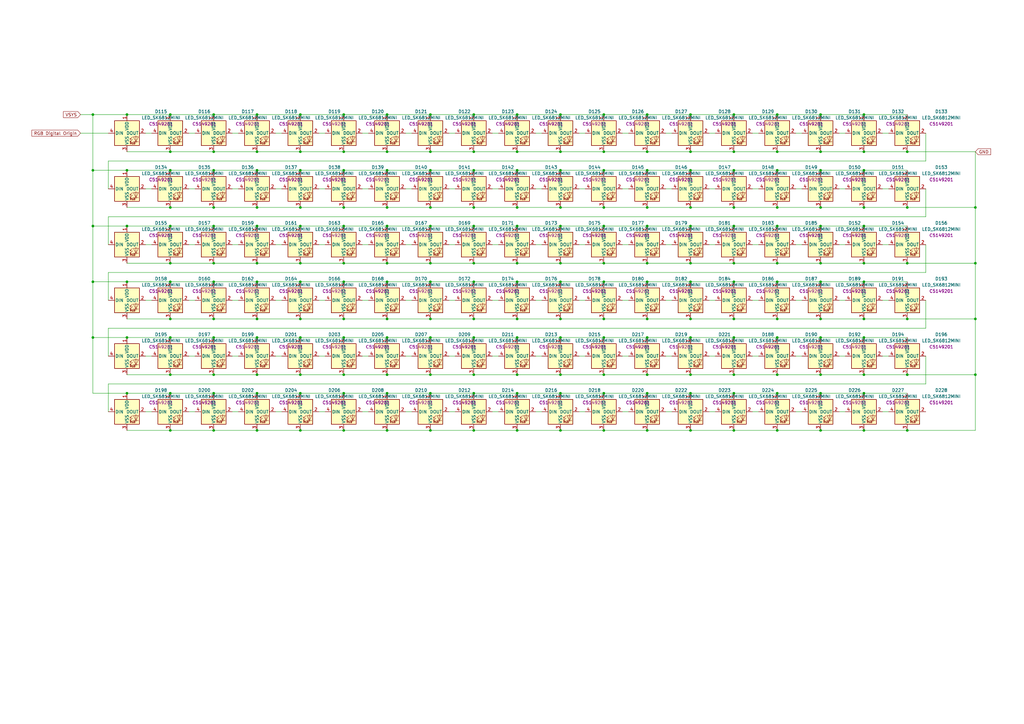
<source format=kicad_sch>
(kicad_sch (version 20231120) (generator "eeschema") (generator_version "8.0")
  (paper "A3")
  (junction (at 265.43 115.57))
  (junction (at 123.19 130.81))
  (junction (at 354.33 92.71))
  (junction (at 283.21 107.95))
  (junction (at 318.77 176.53))
  (junction (at 318.77 138.43))
  (junction (at 140.97 92.71))
  (junction (at 194.31 107.95))
  (junction (at 105.41 161.29))
  (junction (at 247.65 107.95))
  (junction (at 123.19 62.23))
  (junction (at 283.21 92.71))
  (junction (at 52.07 69.85))
  (junction (at 69.85 115.57))
  (junction (at 265.43 69.85))
  (junction (at 212.09 85.09))
  (junction (at 158.75 176.53))
  (junction (at 354.33 153.67))
  (junction (at 283.21 85.09))
  (junction (at 300.99 62.23))
  (junction (at 87.63 85.09))
  (junction (at 212.09 46.99))
  (junction (at 229.87 62.23))
  (junction (at 140.97 138.43))
  (junction (at 105.41 69.85))
  (junction (at 123.19 176.53))
  (junction (at 283.21 62.23))
  (junction (at 123.19 85.09))
  (junction (at 194.31 138.43))
  (junction (at 105.41 92.71))
  (junction (at 158.75 69.85))
  (junction (at 212.09 176.53))
  (junction (at 105.41 130.81))
  (junction (at 265.43 138.43))
  (junction (at 69.85 62.23))
  (junction (at 87.63 92.71))
  (junction (at 176.53 107.95))
  (junction (at 212.09 138.43))
  (junction (at 194.31 130.81))
  (junction (at 158.75 138.43))
  (junction (at 123.19 138.43))
  (junction (at 300.99 161.29))
  (junction (at 247.65 92.71))
  (junction (at 69.85 153.67))
  (junction (at 69.85 46.99))
  (junction (at 194.31 92.71))
  (junction (at 158.75 130.81))
  (junction (at 372.11 176.53))
  (junction (at 283.21 46.99))
  (junction (at 212.09 161.29))
  (junction (at 354.33 161.29))
  (junction (at 229.87 46.99))
  (junction (at 265.43 107.95))
  (junction (at 318.77 85.09))
  (junction (at 372.11 62.23))
  (junction (at 194.31 62.23))
  (junction (at 158.75 115.57))
  (junction (at 176.53 176.53))
  (junction (at 140.97 115.57))
  (junction (at 105.41 62.23))
  (junction (at 336.55 176.53))
  (junction (at 123.19 115.57))
  (junction (at 372.11 107.95))
  (junction (at 69.85 85.09))
  (junction (at 229.87 153.67))
  (junction (at 87.63 138.43))
  (junction (at 123.19 46.99))
  (junction (at 265.43 130.81))
  (junction (at 69.85 92.71))
  (junction (at 336.55 107.95))
  (junction (at 52.07 115.57))
  (junction (at 87.63 176.53))
  (junction (at 229.87 69.85))
  (junction (at 283.21 130.81))
  (junction (at 87.63 62.23))
  (junction (at 265.43 46.99))
  (junction (at 140.97 176.53))
  (junction (at 354.33 85.09))
  (junction (at 38.1 138.43))
  (junction (at 123.19 161.29))
  (junction (at 265.43 176.53))
  (junction (at 52.07 46.99))
  (junction (at 354.33 69.85))
  (junction (at 229.87 115.57))
  (junction (at 87.63 115.57))
  (junction (at 123.19 69.85))
  (junction (at 336.55 130.81))
  (junction (at 140.97 107.95))
  (junction (at 336.55 69.85))
  (junction (at 318.77 107.95))
  (junction (at 176.53 115.57))
  (junction (at 140.97 161.29))
  (junction (at 300.99 130.81))
  (junction (at 265.43 62.23))
  (junction (at 194.31 115.57))
  (junction (at 38.1 115.57))
  (junction (at 247.65 69.85))
  (junction (at 336.55 161.29))
  (junction (at 69.85 130.81))
  (junction (at 105.41 46.99))
  (junction (at 105.41 176.53))
  (junction (at 354.33 62.23))
  (junction (at 318.77 46.99))
  (junction (at 38.1 92.71))
  (junction (at 247.65 115.57))
  (junction (at 229.87 161.29))
  (junction (at 265.43 85.09))
  (junction (at 336.55 153.67))
  (junction (at 158.75 46.99))
  (junction (at 158.75 92.71))
  (junction (at 229.87 138.43))
  (junction (at 69.85 138.43))
  (junction (at 87.63 69.85))
  (junction (at 176.53 62.23))
  (junction (at 212.09 62.23))
  (junction (at 318.77 153.67))
  (junction (at 52.07 138.43))
  (junction (at 87.63 153.67))
  (junction (at 212.09 153.67))
  (junction (at 354.33 46.99))
  (junction (at 212.09 115.57))
  (junction (at 69.85 176.53))
  (junction (at 52.07 161.29))
  (junction (at 176.53 138.43))
  (junction (at 158.75 107.95))
  (junction (at 158.75 153.67))
  (junction (at 247.65 138.43))
  (junction (at 229.87 176.53))
  (junction (at 229.87 85.09))
  (junction (at 283.21 176.53))
  (junction (at 123.19 153.67))
  (junction (at 140.97 153.67))
  (junction (at 69.85 69.85))
  (junction (at 123.19 92.71))
  (junction (at 318.77 62.23))
  (junction (at 300.99 115.57))
  (junction (at 176.53 46.99))
  (junction (at 247.65 153.67))
  (junction (at 336.55 46.99))
  (junction (at 318.77 161.29))
  (junction (at 176.53 85.09))
  (junction (at 140.97 130.81))
  (junction (at 372.11 85.09))
  (junction (at 176.53 161.29))
  (junction (at 336.55 92.71))
  (junction (at 300.99 138.43))
  (junction (at 194.31 69.85))
  (junction (at 247.65 161.29))
  (junction (at 400.05 153.67))
  (junction (at 212.09 130.81))
  (junction (at 283.21 115.57))
  (junction (at 283.21 161.29))
  (junction (at 265.43 153.67))
  (junction (at 158.75 161.29))
  (junction (at 140.97 69.85))
  (junction (at 354.33 130.81))
  (junction (at 354.33 115.57))
  (junction (at 372.11 130.81))
  (junction (at 87.63 161.29))
  (junction (at 283.21 138.43))
  (junction (at 336.55 62.23))
  (junction (at 140.97 46.99))
  (junction (at 336.55 138.43))
  (junction (at 372.11 153.67))
  (junction (at 87.63 46.99))
  (junction (at 194.31 46.99))
  (junction (at 247.65 130.81))
  (junction (at 176.53 130.81))
  (junction (at 400.05 107.95))
  (junction (at 105.41 107.95))
  (junction (at 283.21 69.85))
  (junction (at 212.09 107.95))
  (junction (at 38.1 69.85))
  (junction (at 247.65 62.23))
  (junction (at 87.63 107.95))
  (junction (at 194.31 176.53))
  (junction (at 300.99 46.99))
  (junction (at 229.87 107.95))
  (junction (at 87.63 130.81))
  (junction (at 336.55 85.09))
  (junction (at 105.41 85.09))
  (junction (at 229.87 92.71))
  (junction (at 123.19 107.95))
  (junction (at 38.1 46.99))
  (junction (at 265.43 92.71))
  (junction (at 194.31 153.67))
  (junction (at 176.53 153.67))
  (junction (at 194.31 85.09))
  (junction (at 283.21 153.67))
  (junction (at 176.53 92.71))
  (junction (at 229.87 130.81))
  (junction (at 212.09 69.85))
  (junction (at 265.43 161.29))
  (junction (at 300.99 85.09))
  (junction (at 176.53 69.85))
  (junction (at 300.99 153.67))
  (junction (at 354.33 176.53))
  (junction (at 300.99 107.95))
  (junction (at 105.41 115.57))
  (junction (at 318.77 115.57))
  (junction (at 158.75 62.23))
  (junction (at 336.55 115.57))
  (junction (at 140.97 62.23))
  (junction (at 400.05 85.09))
  (junction (at 300.99 92.71))
  (junction (at 400.05 130.81))
  (junction (at 212.09 92.71))
  (junction (at 354.33 138.43))
  (junction (at 194.31 161.29))
  (junction (at 52.07 92.71))
  (junction (at 158.75 85.09))
  (junction (at 318.77 69.85))
  (junction (at 318.77 130.81))
  (junction (at 69.85 161.29))
  (junction (at 247.65 46.99))
  (junction (at 247.65 176.53))
  (junction (at 140.97 85.09))
  (junction (at 105.41 138.43))
  (junction (at 300.99 69.85))
  (junction (at 318.77 92.71))
  (junction (at 69.85 107.95))
  (junction (at 300.99 176.53))
  (junction (at 354.33 107.95))
  (junction (at 105.41 153.67))
  (junction (at 247.65 85.09))
  (wire (pts (xy 354.33 176.53) (xy 336.55 176.53)))
  (wire (pts (xy 336.55 161.29) (xy 354.33 161.29)))
  (wire (pts (xy 290.83 123.19) (xy 293.37 123.19)))
  (wire (pts (xy 361.95 77.47) (xy 364.49 77.47)))
  (wire (pts (xy 176.53 161.29) (xy 194.31 161.29)))
  (wire (pts (xy 273.05 123.19) (xy 275.59 123.19)))
  (wire (pts (xy 344.17 100.33) (xy 346.71 100.33)))
  (wire (pts (xy 290.83 54.61) (xy 293.37 54.61)))
  (wire (pts (xy 166.37 77.47) (xy 168.91 77.47)))
  (wire (pts (xy 326.39 146.05) (xy 328.93 146.05)))
  (wire (pts (xy 38.1 92.71) (xy 52.07 92.71)))
  (wire (pts (xy 273.05 168.91) (xy 275.59 168.91)))
  (wire (pts (xy 379.73 77.47) (xy 379.73 88.9)))
  (wire (pts (xy 158.75 138.43) (xy 176.53 138.43)))
  (wire (pts (xy 158.75 115.57) (xy 176.53 115.57)))
  (wire (pts (xy 52.07 46.99) (xy 38.1 46.99)))
  (wire (pts (xy 176.53 176.53) (xy 158.75 176.53)))
  (wire (pts (xy 300.99 62.23) (xy 318.77 62.23)))
  (wire (pts (xy 255.27 123.19) (xy 257.81 123.19)))
  (wire (pts (xy 52.07 62.23) (xy 69.85 62.23)))
  (wire (pts (xy 52.07 69.85) (xy 69.85 69.85)))
  (wire (pts (xy 400.05 130.81) (xy 400.05 153.67)))
  (wire (pts (xy 247.65 153.67) (xy 229.87 153.67)))
  (wire (pts (xy 176.53 153.67) (xy 158.75 153.67)))
  (wire (pts (xy 237.49 168.91) (xy 240.03 168.91)))
  (wire (pts (xy 44.45 134.62) (xy 44.45 146.05)))
  (wire (pts (xy 166.37 123.19) (xy 168.91 123.19)))
  (wire (pts (xy 247.65 176.53) (xy 229.87 176.53)))
  (wire (pts (xy 212.09 130.81) (xy 194.31 130.81)))
  (wire (pts (xy 300.99 107.95) (xy 283.21 107.95)))
  (wire (pts (xy 308.61 100.33) (xy 311.15 100.33)))
  (wire (pts (xy 87.63 115.57) (xy 105.41 115.57)))
  (wire (pts (xy 265.43 176.53) (xy 247.65 176.53)))
  (wire (pts (xy 229.87 69.85) (xy 247.65 69.85)))
  (wire (pts (xy 69.85 130.81) (xy 52.07 130.81)))
  (wire (pts (xy 158.75 130.81) (xy 140.97 130.81)))
  (wire (pts (xy 148.59 77.47) (xy 151.13 77.47)))
  (wire (pts (xy 212.09 161.29) (xy 229.87 161.29)))
  (wire (pts (xy 123.19 107.95) (xy 105.41 107.95)))
  (wire (pts (xy 229.87 115.57) (xy 247.65 115.57)))
  (wire (pts (xy 379.73 54.61) (xy 379.73 66.04)))
  (wire (pts (xy 273.05 146.05) (xy 275.59 146.05)))
  (wire (pts (xy 283.21 130.81) (xy 265.43 130.81)))
  (wire (pts (xy 113.03 146.05) (xy 115.57 146.05)))
  (wire (pts (xy 247.65 115.57) (xy 265.43 115.57)))
  (wire (pts (xy 229.87 62.23) (xy 247.65 62.23)))
  (wire (pts (xy 59.69 100.33) (xy 62.23 100.33)))
  (wire (pts (xy 247.65 92.71) (xy 265.43 92.71)))
  (wire (pts (xy 247.65 85.09) (xy 229.87 85.09)))
  (wire (pts (xy 140.97 107.95) (xy 123.19 107.95)))
  (wire (pts (xy 237.49 54.61) (xy 240.03 54.61)))
  (wire (pts (xy 229.87 153.67) (xy 212.09 153.67)))
  (wire (pts (xy 87.63 85.09) (xy 69.85 85.09)))
  (wire (pts (xy 184.15 100.33) (xy 186.69 100.33)))
  (wire (pts (xy 158.75 69.85) (xy 176.53 69.85)))
  (wire (pts (xy 400.05 107.95) (xy 372.11 107.95)))
  (wire (pts (xy 158.75 62.23) (xy 176.53 62.23)))
  (wire (pts (xy 77.47 100.33) (xy 80.01 100.33)))
  (wire (pts (xy 255.27 77.47) (xy 257.81 77.47)))
  (wire (pts (xy 318.77 153.67) (xy 300.99 153.67)))
  (wire (pts (xy 105.41 46.99) (xy 123.19 46.99)))
  (wire (pts (xy 318.77 115.57) (xy 336.55 115.57)))
  (wire (pts (xy 255.27 146.05) (xy 257.81 146.05)))
  (wire (pts (xy 326.39 168.91) (xy 328.93 168.91)))
  (wire (pts (xy 113.03 123.19) (xy 115.57 123.19)))
  (wire (pts (xy 194.31 62.23) (xy 212.09 62.23)))
  (wire (pts (xy 344.17 146.05) (xy 346.71 146.05)))
  (wire (pts (xy 354.33 62.23) (xy 372.11 62.23)))
  (wire (pts (xy 212.09 85.09) (xy 194.31 85.09)))
  (wire (pts (xy 44.45 88.9) (xy 44.45 100.33)))
  (wire (pts (xy 372.11 85.09) (xy 354.33 85.09)))
  (wire (pts (xy 219.71 100.33) (xy 222.25 100.33)))
  (wire (pts (xy 176.53 138.43) (xy 194.31 138.43)))
  (wire (pts (xy 290.83 168.91) (xy 293.37 168.91)))
  (wire (pts (xy 379.73 66.04) (xy 44.45 66.04)))
  (wire (pts (xy 247.65 62.23) (xy 265.43 62.23)))
  (wire (pts (xy 229.87 107.95) (xy 212.09 107.95)))
  (wire (pts (xy 336.55 115.57) (xy 354.33 115.57)))
  (wire (pts (xy 33.02 54.61) (xy 44.45 54.61)))
  (wire (pts (xy 105.41 107.95) (xy 87.63 107.95)))
  (wire (pts (xy 229.87 92.71) (xy 247.65 92.71)))
  (wire (pts (xy 336.55 138.43) (xy 354.33 138.43)))
  (wire (pts (xy 95.25 146.05) (xy 97.79 146.05)))
  (wire (pts (xy 354.33 107.95) (xy 336.55 107.95)))
  (wire (pts (xy 247.65 69.85) (xy 265.43 69.85)))
  (wire (pts (xy 283.21 153.67) (xy 265.43 153.67)))
  (wire (pts (xy 336.55 69.85) (xy 354.33 69.85)))
  (wire (pts (xy 69.85 46.99) (xy 87.63 46.99)))
  (wire (pts (xy 326.39 123.19) (xy 328.93 123.19)))
  (wire (pts (xy 184.15 77.47) (xy 186.69 77.47)))
  (wire (pts (xy 69.85 62.23) (xy 87.63 62.23)))
  (wire (pts (xy 130.81 54.61) (xy 133.35 54.61)))
  (wire (pts (xy 123.19 46.99) (xy 140.97 46.99)))
  (wire (pts (xy 379.73 134.62) (xy 379.73 123.19)))
  (wire (pts (xy 229.87 85.09) (xy 212.09 85.09)))
  (wire (pts (xy 166.37 100.33) (xy 168.91 100.33)))
  (wire (pts (xy 59.69 77.47) (xy 62.23 77.47)))
  (wire (pts (xy 33.02 46.99) (xy 38.1 46.99)))
  (wire (pts (xy 77.47 168.91) (xy 80.01 168.91)))
  (wire (pts (xy 69.85 138.43) (xy 87.63 138.43)))
  (wire (pts (xy 52.07 92.71) (xy 69.85 92.71)))
  (wire (pts (xy 265.43 46.99) (xy 283.21 46.99)))
  (wire (pts (xy 212.09 176.53) (xy 194.31 176.53)))
  (wire (pts (xy 255.27 54.61) (xy 257.81 54.61)))
  (wire (pts (xy 123.19 69.85) (xy 140.97 69.85)))
  (wire (pts (xy 300.99 92.71) (xy 318.77 92.71)))
  (wire (pts (xy 361.95 54.61) (xy 364.49 54.61)))
  (wire (pts (xy 400.05 62.23) (xy 400.05 85.09)))
  (wire (pts (xy 326.39 100.33) (xy 328.93 100.33)))
  (wire (pts (xy 265.43 107.95) (xy 247.65 107.95)))
  (wire (pts (xy 372.11 62.23) (xy 400.05 62.23)))
  (wire (pts (xy 140.97 92.71) (xy 158.75 92.71)))
  (wire (pts (xy 59.69 123.19) (xy 62.23 123.19)))
  (wire (pts (xy 400.05 85.09) (xy 400.05 107.95)))
  (wire (pts (xy 354.33 85.09) (xy 336.55 85.09)))
  (wire (pts (xy 300.99 161.29) (xy 318.77 161.29)))
  (wire (pts (xy 140.97 161.29) (xy 158.75 161.29)))
  (wire (pts (xy 148.59 123.19) (xy 151.13 123.19)))
  (wire (pts (xy 273.05 100.33) (xy 275.59 100.33)))
  (wire (pts (xy 130.81 123.19) (xy 133.35 123.19)))
  (wire (pts (xy 336.55 176.53) (xy 318.77 176.53)))
  (wire (pts (xy 379.73 88.9) (xy 44.45 88.9)))
  (wire (pts (xy 318.77 92.71) (xy 336.55 92.71)))
  (wire (pts (xy 158.75 161.29) (xy 176.53 161.29)))
  (wire (pts (xy 140.97 115.57) (xy 158.75 115.57)))
  (wire (pts (xy 113.03 54.61) (xy 115.57 54.61)))
  (wire (pts (xy 113.03 100.33) (xy 115.57 100.33)))
  (wire (pts (xy 344.17 123.19) (xy 346.71 123.19)))
  (wire (pts (xy 336.55 85.09) (xy 318.77 85.09)))
  (wire (pts (xy 59.69 146.05) (xy 62.23 146.05)))
  (wire (pts (xy 176.53 85.09) (xy 158.75 85.09)))
  (wire (pts (xy 318.77 62.23) (xy 336.55 62.23)))
  (wire (pts (xy 212.09 115.57) (xy 229.87 115.57)))
  (wire (pts (xy 87.63 69.85) (xy 105.41 69.85)))
  (wire (pts (xy 194.31 107.95) (xy 176.53 107.95)))
  (wire (pts (xy 38.1 115.57) (xy 38.1 138.43)))
  (wire (pts (xy 52.07 46.99) (xy 69.85 46.99)))
  (wire (pts (xy 44.45 157.48) (xy 44.45 168.91)))
  (wire (pts (xy 318.77 69.85) (xy 336.55 69.85)))
  (wire (pts (xy 265.43 130.81) (xy 247.65 130.81)))
  (wire (pts (xy 300.99 69.85) (xy 318.77 69.85)))
  (wire (pts (xy 148.59 168.91) (xy 151.13 168.91)))
  (wire (pts (xy 336.55 107.95) (xy 318.77 107.95)))
  (wire (pts (xy 44.45 134.62) (xy 379.73 134.62)))
  (wire (pts (xy 212.09 92.71) (xy 229.87 92.71)))
  (wire (pts (xy 176.53 69.85) (xy 194.31 69.85)))
  (wire (pts (xy 379.73 100.33) (xy 379.73 111.76)))
  (wire (pts (xy 176.53 107.95) (xy 158.75 107.95)))
  (wire (pts (xy 361.95 100.33) (xy 364.49 100.33)))
  (wire (pts (xy 105.41 161.29) (xy 123.19 161.29)))
  (wire (pts (xy 212.09 138.43) (xy 229.87 138.43)))
  (wire (pts (xy 38.1 69.85) (xy 38.1 92.71)))
  (wire (pts (xy 229.87 176.53) (xy 212.09 176.53)))
  (wire (pts (xy 265.43 69.85) (xy 283.21 69.85)))
  (wire (pts (xy 166.37 168.91) (xy 168.91 168.91)))
  (wire (pts (xy 354.33 153.67) (xy 336.55 153.67)))
  (wire (pts (xy 123.19 176.53) (xy 105.41 176.53)))
  (wire (pts (xy 300.99 176.53) (xy 283.21 176.53)))
  (wire (pts (xy 400.05 85.09) (xy 372.11 85.09)))
  (wire (pts (xy 140.97 153.67) (xy 123.19 153.67)))
  (wire (pts (xy 140.97 130.81) (xy 123.19 130.81)))
  (wire (pts (xy 166.37 54.61) (xy 168.91 54.61)))
  (wire (pts (xy 194.31 69.85) (xy 212.09 69.85)))
  (wire (pts (xy 219.71 54.61) (xy 222.25 54.61)))
  (wire (pts (xy 237.49 123.19) (xy 240.03 123.19)))
  (wire (pts (xy 123.19 92.71) (xy 140.97 92.71)))
  (wire (pts (xy 283.21 69.85) (xy 300.99 69.85)))
  (wire (pts (xy 318.77 138.43) (xy 336.55 138.43)))
  (wire (pts (xy 344.17 168.91) (xy 346.71 168.91)))
  (wire (pts (xy 95.25 100.33) (xy 97.79 100.33)))
  (wire (pts (xy 123.19 85.09) (xy 105.41 85.09)))
  (wire (pts (xy 44.45 157.48) (xy 379.73 157.48)))
  (wire (pts (xy 69.85 85.09) (xy 52.07 85.09)))
  (wire (pts (xy 194.31 85.09) (xy 176.53 85.09)))
  (wire (pts (xy 212.09 107.95) (xy 194.31 107.95)))
  (wire (pts (xy 158.75 46.99) (xy 176.53 46.99)))
  (wire (pts (xy 95.25 168.91) (xy 97.79 168.91)))
  (wire (pts (xy 87.63 107.95) (xy 69.85 107.95)))
  (wire (pts (xy 87.63 62.23) (xy 105.41 62.23)))
  (wire (pts (xy 336.55 92.71) (xy 354.33 92.71)))
  (wire (pts (xy 247.65 161.29) (xy 265.43 161.29)))
  (wire (pts (xy 148.59 100.33) (xy 151.13 100.33)))
  (wire (pts (xy 69.85 161.29) (xy 87.63 161.29)))
  (wire (pts (xy 87.63 176.53) (xy 69.85 176.53)))
  (wire (pts (xy 308.61 168.91) (xy 311.15 168.91)))
  (wire (pts (xy 38.1 46.99) (xy 38.1 69.85)))
  (wire (pts (xy 229.87 138.43) (xy 247.65 138.43)))
  (wire (pts (xy 69.85 115.57) (xy 87.63 115.57)))
  (wire (pts (xy 255.27 168.91) (xy 257.81 168.91)))
  (wire (pts (xy 283.21 107.95) (xy 265.43 107.95)))
  (wire (pts (xy 308.61 54.61) (xy 311.15 54.61)))
  (wire (pts (xy 300.99 130.81) (xy 283.21 130.81)))
  (wire (pts (xy 283.21 92.71) (xy 300.99 92.71)))
  (wire (pts (xy 283.21 46.99) (xy 300.99 46.99)))
  (wire (pts (xy 194.31 161.29) (xy 212.09 161.29)))
  (wire (pts (xy 354.33 138.43) (xy 372.11 138.43)))
  (wire (pts (xy 201.93 54.61) (xy 204.47 54.61)))
  (wire (pts (xy 219.71 77.47) (xy 222.25 77.47)))
  (wire (pts (xy 140.97 69.85) (xy 158.75 69.85)))
  (wire (pts (xy 123.19 138.43) (xy 140.97 138.43)))
  (wire (pts (xy 212.09 153.67) (xy 194.31 153.67)))
  (wire (pts (xy 336.55 130.81) (xy 318.77 130.81)))
  (wire (pts (xy 95.25 77.47) (xy 97.79 77.47)))
  (wire (pts (xy 318.77 85.09) (xy 300.99 85.09)))
  (wire (pts (xy 105.41 85.09) (xy 87.63 85.09)))
  (wire (pts (xy 247.65 107.95) (xy 229.87 107.95)))
  (wire (pts (xy 283.21 115.57) (xy 300.99 115.57)))
  (wire (pts (xy 372.11 153.67) (xy 354.33 153.67)))
  (wire (pts (xy 140.97 46.99) (xy 158.75 46.99)))
  (wire (pts (xy 219.71 168.91) (xy 222.25 168.91)))
  (wire (pts (xy 212.09 62.23) (xy 229.87 62.23)))
  (wire (pts (xy 201.93 168.91) (xy 204.47 168.91)))
  (wire (pts (xy 300.99 153.67) (xy 283.21 153.67)))
  (wire (pts (xy 265.43 92.71) (xy 283.21 92.71)))
  (wire (pts (xy 166.37 146.05) (xy 168.91 146.05)))
  (wire (pts (xy 372.11 107.95) (xy 354.33 107.95)))
  (wire (pts (xy 158.75 92.71) (xy 176.53 92.71)))
  (wire (pts (xy 87.63 161.29) (xy 105.41 161.29)))
  (wire (pts (xy 176.53 46.99) (xy 194.31 46.99)))
  (wire (pts (xy 318.77 107.95) (xy 300.99 107.95)))
  (wire (pts (xy 265.43 85.09) (xy 247.65 85.09)))
  (wire (pts (xy 176.53 130.81) (xy 158.75 130.81)))
  (wire (pts (xy 69.85 92.71) (xy 87.63 92.71)))
  (wire (pts (xy 247.65 46.99) (xy 265.43 46.99)))
  (wire (pts (xy 105.41 92.71) (xy 123.19 92.71)))
  (wire (pts (xy 38.1 115.57) (xy 52.07 115.57)))
  (wire (pts (xy 52.07 161.29) (xy 69.85 161.29)))
  (wire (pts (xy 265.43 153.67) (xy 247.65 153.67)))
  (wire (pts (xy 184.15 146.05) (xy 186.69 146.05)))
  (wire (pts (xy 308.61 146.05) (xy 311.15 146.05)))
  (wire (pts (xy 290.83 100.33) (xy 293.37 100.33)))
  (wire (pts (xy 229.87 161.29) (xy 247.65 161.29)))
  (wire (pts (xy 69.85 153.67) (xy 52.07 153.67)))
  (wire (pts (xy 326.39 77.47) (xy 328.93 77.47)))
  (wire (pts (xy 77.47 123.19) (xy 80.01 123.19)))
  (wire (pts (xy 69.85 176.53) (xy 52.07 176.53)))
  (wire (pts (xy 95.25 54.61) (xy 97.79 54.61)))
  (wire (pts (xy 344.17 54.61) (xy 346.71 54.61)))
  (wire (pts (xy 300.99 115.57) (xy 318.77 115.57)))
  (wire (pts (xy 194.31 92.71) (xy 212.09 92.71)))
  (wire (pts (xy 105.41 176.53) (xy 87.63 176.53)))
  (wire (pts (xy 379.73 157.48) (xy 379.73 146.05)))
  (wire (pts (xy 237.49 77.47) (xy 240.03 77.47)))
  (wire (pts (xy 123.19 153.67) (xy 105.41 153.67)))
  (wire (pts (xy 52.07 138.43) (xy 69.85 138.43)))
  (wire (pts (xy 194.31 115.57) (xy 212.09 115.57)))
  (wire (pts (xy 354.33 161.29) (xy 372.11 161.29)))
  (wire (pts (xy 158.75 85.09) (xy 140.97 85.09)))
  (wire (pts (xy 318.77 130.81) (xy 300.99 130.81)))
  (wire (pts (xy 105.41 69.85) (xy 123.19 69.85)))
  (wire (pts (xy 354.33 130.81) (xy 336.55 130.81)))
  (wire (pts (xy 130.81 168.91) (xy 133.35 168.91)))
  (wire (pts (xy 184.15 168.91) (xy 186.69 168.91)))
  (wire (pts (xy 308.61 77.47) (xy 311.15 77.47)))
  (wire (pts (xy 361.95 168.91) (xy 364.49 168.91)))
  (wire (pts (xy 176.53 92.71) (xy 194.31 92.71)))
  (wire (pts (xy 158.75 176.53) (xy 140.97 176.53)))
  (wire (pts (xy 38.1 92.71) (xy 38.1 115.57)))
  (wire (pts (xy 148.59 146.05) (xy 151.13 146.05)))
  (wire (pts (xy 300.99 85.09) (xy 283.21 85.09)))
  (wire (pts (xy 336.55 153.67) (xy 318.77 153.67)))
  (wire (pts (xy 77.47 77.47) (xy 80.01 77.47)))
  (wire (pts (xy 283.21 176.53) (xy 265.43 176.53)))
  (wire (pts (xy 283.21 62.23) (xy 300.99 62.23)))
  (wire (pts (xy 77.47 54.61) (xy 80.01 54.61)))
  (wire (pts (xy 123.19 130.81) (xy 105.41 130.81)))
  (wire (pts (xy 105.41 153.67) (xy 87.63 153.67)))
  (wire (pts (xy 38.1 69.85) (xy 52.07 69.85)))
  (wire (pts (xy 52.07 115.57) (xy 69.85 115.57)))
  (wire (pts (xy 212.09 46.99) (xy 229.87 46.99)))
  (wire (pts (xy 300.99 138.43) (xy 318.77 138.43)))
  (wire (pts (xy 176.53 62.23) (xy 194.31 62.23)))
  (wire (pts (xy 194.31 46.99) (xy 212.09 46.99)))
  (wire (pts (xy 201.93 123.19) (xy 204.47 123.19)))
  (wire (pts (xy 38.1 138.43) (xy 52.07 138.43)))
  (wire (pts (xy 113.03 168.91) (xy 115.57 168.91)))
  (wire (pts (xy 336.55 46.99) (xy 354.33 46.99)))
  (wire (pts (xy 318.77 176.53) (xy 300.99 176.53)))
  (wire (pts (xy 69.85 69.85) (xy 87.63 69.85)))
  (wire (pts (xy 265.43 138.43) (xy 283.21 138.43)))
  (wire (pts (xy 361.95 146.05) (xy 364.49 146.05)))
  (wire (pts (xy 140.97 85.09) (xy 123.19 85.09)))
  (wire (pts (xy 184.15 123.19) (xy 186.69 123.19)))
  (wire (pts (xy 194.31 130.81) (xy 176.53 130.81)))
  (wire (pts (xy 400.05 130.81) (xy 372.11 130.81)))
  (wire (pts (xy 247.65 130.81) (xy 229.87 130.81)))
  (wire (pts (xy 38.1 138.43) (xy 38.1 161.29)))
  (wire (pts (xy 44.45 66.04) (xy 44.45 77.47)))
  (wire (pts (xy 290.83 77.47) (xy 293.37 77.47)))
  (wire (pts (xy 400.05 107.95) (xy 400.05 130.81)))
  (wire (pts (xy 400.05 176.53) (xy 372.11 176.53)))
  (wire (pts (xy 59.69 54.61) (xy 62.23 54.61)))
  (wire (pts (xy 105.41 138.43) (xy 123.19 138.43)))
  (wire (pts (xy 59.69 168.91) (xy 62.23 168.91)))
  (wire (pts (xy 265.43 62.23) (xy 283.21 62.23)))
  (wire (pts (xy 130.81 100.33) (xy 133.35 100.33)))
  (wire (pts (xy 123.19 115.57) (xy 140.97 115.57)))
  (wire (pts (xy 130.81 146.05) (xy 133.35 146.05)))
  (wire (pts (xy 194.31 153.67) (xy 176.53 153.67)))
  (wire (pts (xy 87.63 153.67) (xy 69.85 153.67)))
  (wire (pts (xy 201.93 77.47) (xy 204.47 77.47)))
  (wire (pts (xy 354.33 92.71) (xy 372.11 92.71)))
  (wire (pts (xy 176.53 115.57) (xy 194.31 115.57)))
  (wire (pts (xy 140.97 176.53) (xy 123.19 176.53)))
  (wire (pts (xy 326.39 54.61) (xy 328.93 54.61)))
  (wire (pts (xy 354.33 46.99) (xy 372.11 46.99)))
  (wire (pts (xy 105.41 62.23) (xy 123.19 62.23)))
  (wire (pts (xy 105.41 115.57) (xy 123.19 115.57)))
  (wire (pts (xy 158.75 107.95) (xy 140.97 107.95)))
  (wire (pts (xy 361.95 123.19) (xy 364.49 123.19)))
  (wire (pts (xy 123.19 62.23) (xy 140.97 62.23)))
  (wire (pts (xy 318.77 161.29) (xy 336.55 161.29)))
  (wire (pts (xy 265.43 161.29) (xy 283.21 161.29)))
  (wire (pts (xy 344.17 77.47) (xy 346.71 77.47)))
  (wire (pts (xy 194.31 176.53) (xy 176.53 176.53)))
  (wire (pts (xy 229.87 130.81) (xy 212.09 130.81)))
  (wire (pts (xy 372.11 130.81) (xy 354.33 130.81)))
  (wire (pts (xy 400.05 153.67) (xy 400.05 176.53)))
  (wire (pts (xy 87.63 138.43) (xy 105.41 138.43)))
  (wire (pts (xy 300.99 46.99) (xy 318.77 46.99)))
  (wire (pts (xy 44.45 111.76) (xy 379.73 111.76)))
  (wire (pts (xy 318.77 46.99) (xy 336.55 46.99)))
  (wire (pts (xy 372.11 176.53) (xy 354.33 176.53)))
  (wire (pts (xy 400.05 153.67) (xy 372.11 153.67)))
  (wire (pts (xy 87.63 46.99) (xy 105.41 46.99)))
  (wire (pts (xy 130.81 77.47) (xy 133.35 77.47)))
  (wire (pts (xy 247.65 138.43) (xy 265.43 138.43)))
  (wire (pts (xy 158.75 153.67) (xy 140.97 153.67)))
  (wire (pts (xy 123.19 161.29) (xy 140.97 161.29)))
  (wire (pts (xy 212.09 69.85) (xy 229.87 69.85)))
  (wire (pts (xy 273.05 77.47) (xy 275.59 77.47)))
  (wire (pts (xy 237.49 146.05) (xy 240.03 146.05)))
  (wire (pts (xy 69.85 107.95) (xy 52.07 107.95)))
  (wire (pts (xy 140.97 138.43) (xy 158.75 138.43)))
  (wire (pts (xy 354.33 69.85) (xy 372.11 69.85)))
  (wire (pts (xy 290.83 146.05) (xy 293.37 146.05)))
  (wire (pts (xy 140.97 62.23) (xy 158.75 62.23)))
  (wire (pts (xy 44.45 111.76) (xy 44.45 123.19)))
  (wire (pts (xy 77.47 146.05) (xy 80.01 146.05)))
  (wire (pts (xy 336.55 62.23) (xy 354.33 62.23)))
  (wire (pts (xy 255.27 100.33) (xy 257.81 100.33)))
  (wire (pts (xy 95.25 123.19) (xy 97.79 123.19)))
  (wire (pts (xy 283.21 85.09) (xy 265.43 85.09)))
  (wire (pts (xy 219.71 146.05) (xy 222.25 146.05)))
  (wire (pts (xy 184.15 54.61) (xy 186.69 54.61)))
  (wire (pts (xy 38.1 161.29) (xy 52.07 161.29)))
  (wire (pts (xy 273.05 54.61) (xy 275.59 54.61)))
  (wire (pts (xy 219.71 123.19) (xy 222.25 123.19)))
  (wire (pts (xy 201.93 146.05) (xy 204.47 146.05)))
  (wire (pts (xy 148.59 54.61) (xy 151.13 54.61)))
  (wire (pts (xy 283.21 138.43) (xy 300.99 138.43)))
  (wire (pts (xy 354.33 115.57) (xy 372.11 115.57)))
  (wire (pts (xy 87.63 92.71) (xy 105.41 92.71)))
  (wire (pts (xy 105.41 130.81) (xy 87.63 130.81)))
  (wire (pts (xy 229.87 46.99) (xy 247.65 46.99)))
  (wire (pts (xy 87.63 130.81) (xy 69.85 130.81)))
  (wire (pts (xy 283.21 161.29) (xy 300.99 161.29)))
  (wire (pts (xy 237.49 100.33) (xy 240.03 100.33)))
  (wire (pts (xy 265.43 115.57) (xy 283.21 115.57)))
  (wire (pts (xy 201.93 100.33) (xy 204.47 100.33)))
  (wire (pts (xy 194.31 138.43) (xy 212.09 138.43)))
  (wire (pts (xy 308.61 123.19) (xy 311.15 123.19)))
  (wire (pts (xy 113.03 77.47) (xy 115.57 77.47)))
  (global_label "GND" (shape input) (at 400.05 62.23 0) (property "Intersheetrefs" "${INTERSHEET_REFS}" (effects (hide yes))))
  (global_label "RGB Digital Origin" (shape input) (at 33.02 54.61 180) (property "Intersheetrefs" "${INTERSHEET_REFS}" (effects (hide yes))))
  (global_label "VSYS" (shape input) (at 33.02 46.99 180) (property "Intersheetrefs" "${INTERSHEET_REFS}" (effects (hide yes))))
  (symbol (lib_id "ScottoKeebs:LED_SK6812MINI") (at 318.77 168.91 0) (unit 1)
    (property "Reference" "D225" (at 332.74 160.0514 0))
    (property "Value" "LED_SK6812MINI" (at 332.74 162.5914 0))
    (property "Footprint" "ScottoKeebs_Components:LED_SK6812MINI" (effects (hide yes)))
    (property "Datasheet" "https://cdn-shop.adafruit.com/product-files/2686/SK6812MINI_REV.01-1-2.pdf" (effects (hide yes)))
    (property "Description" "RGB LED with integrated controller" (effects (hide yes)))
    (property "LCSC" "C5149201" (at 332.74 165.1314 0))
  )
  (symbol (lib_id "ScottoKeebs:LED_SK6812MINI") (at 372.11 54.61 0) (unit 1)
    (property "Reference" "D133" (at 386.08 45.7514 0))
    (property "Value" "LED_SK6812MINI" (at 386.08 48.2914 0))
    (property "Footprint" "ScottoKeebs_Components:LED_SK6812MINI" (effects (hide yes)))
    (property "Datasheet" "https://cdn-shop.adafruit.com/product-files/2686/SK6812MINI_REV.01-1-2.pdf" (effects (hide yes)))
    (property "Description" "RGB LED with integrated controller" (effects (hide yes)))
    (property "LCSC" "C5149201" (at 386.08 50.8314 0))
  )
  (symbol (lib_id "ScottoKeebs:LED_SK6812MINI") (at 123.19 54.61 0) (unit 1)
    (property "Reference" "D119" (at 137.16 45.7514 0))
    (property "Value" "LED_SK6812MINI" (at 137.16 48.2914 0))
    (property "Footprint" "ScottoKeebs_Components:LED_SK6812MINI" (effects (hide yes)))
    (property "Datasheet" "https://cdn-shop.adafruit.com/product-files/2686/SK6812MINI_REV.01-1-2.pdf" (effects (hide yes)))
    (property "Description" "RGB LED with integrated controller" (effects (hide yes)))
    (property "LCSC" "C5149201" (at 137.16 50.8314 0))
  )
  (symbol (lib_id "ScottoKeebs:LED_SK6812MINI") (at 176.53 146.05 0) (unit 1)
    (property "Reference" "D209" (at 190.5 137.1914 0))
    (property "Value" "LED_SK6812MINI" (at 190.5 139.7314 0))
    (property "Footprint" "ScottoKeebs_Components:LED_SK6812MINI" (effects (hide yes)))
    (property "Datasheet" "https://cdn-shop.adafruit.com/product-files/2686/SK6812MINI_REV.01-1-2.pdf" (effects (hide yes)))
    (property "Description" "RGB LED with integrated controller" (effects (hide yes)))
    (property "LCSC" "C5149201" (at 190.5 142.2714 0))
  )
  (symbol (lib_id "ScottoKeebs:LED_SK6812MINI") (at 87.63 54.61 0) (unit 1)
    (property "Reference" "D117" (at 101.6 45.7514 0))
    (property "Value" "LED_SK6812MINI" (at 101.6 48.2914 0))
    (property "Footprint" "ScottoKeebs_Components:LED_SK6812MINI" (effects (hide yes)))
    (property "Datasheet" "https://cdn-shop.adafruit.com/product-files/2686/SK6812MINI_REV.01-1-2.pdf" (effects (hide yes)))
    (property "Description" "RGB LED with integrated controller" (effects (hide yes)))
    (property "LCSC" "C5149201" (at 101.6 50.8314 0))
  )
  (symbol (lib_id "ScottoKeebs:LED_SK6812MINI") (at 123.19 123.19 0) (unit 1)
    (property "Reference" "D166" (at 137.16 114.3314 0))
    (property "Value" "LED_SK6812MINI" (at 137.16 116.8714 0))
    (property "Footprint" "ScottoKeebs_Components:LED_SK6812MINI" (effects (hide yes)))
    (property "Datasheet" "https://cdn-shop.adafruit.com/product-files/2686/SK6812MINI_REV.01-1-2.pdf" (effects (hide yes)))
    (property "Description" "RGB LED with integrated controller" (effects (hide yes)))
    (property "LCSC" "C5149201" (at 137.16 119.4114 0))
  )
  (symbol (lib_id "ScottoKeebs:LED_SK6812MINI") (at 105.41 123.19 0) (unit 1)
    (property "Reference" "D164" (at 119.38 114.3314 0))
    (property "Value" "LED_SK6812MINI" (at 119.38 116.8714 0))
    (property "Footprint" "ScottoKeebs_Components:LED_SK6812MINI" (effects (hide yes)))
    (property "Datasheet" "https://cdn-shop.adafruit.com/product-files/2686/SK6812MINI_REV.01-1-2.pdf" (effects (hide yes)))
    (property "Description" "RGB LED with integrated controller" (effects (hide yes)))
    (property "LCSC" "C5149201" (at 119.38 119.4114 0))
  )
  (symbol (lib_id "ScottoKeebs:LED_SK6812MINI") (at 300.99 146.05 0) (unit 1)
    (property "Reference" "D188" (at 314.96 137.1914 0))
    (property "Value" "LED_SK6812MINI" (at 314.96 139.7314 0))
    (property "Footprint" "ScottoKeebs_Components:LED_SK6812MINI" (effects (hide yes)))
    (property "Datasheet" "https://cdn-shop.adafruit.com/product-files/2686/SK6812MINI_REV.01-1-2.pdf" (effects (hide yes)))
    (property "Description" "RGB LED with integrated controller" (effects (hide yes)))
    (property "LCSC" "C5149201" (at 314.96 142.2714 0))
  )
  (symbol (lib_id "ScottoKeebs:LED_SK6812MINI") (at 194.31 146.05 0) (unit 1)
    (property "Reference" "D211" (at 208.28 137.1914 0))
    (property "Value" "LED_SK6812MINI" (at 208.28 139.7314 0))
    (property "Footprint" "ScottoKeebs_Components:LED_SK6812MINI" (effects (hide yes)))
    (property "Datasheet" "https://cdn-shop.adafruit.com/product-files/2686/SK6812MINI_REV.01-1-2.pdf" (effects (hide yes)))
    (property "Description" "RGB LED with integrated controller" (effects (hide yes)))
    (property "LCSC" "C5149201" (at 208.28 142.2714 0))
  )
  (symbol (lib_id "ScottoKeebs:LED_SK6812MINI") (at 229.87 146.05 0) (unit 1)
    (property "Reference" "D215" (at 243.84 137.1914 0))
    (property "Value" "LED_SK6812MINI" (at 243.84 139.7314 0))
    (property "Footprint" "ScottoKeebs_Components:LED_SK6812MINI" (effects (hide yes)))
    (property "Datasheet" "https://cdn-shop.adafruit.com/product-files/2686/SK6812MINI_REV.01-1-2.pdf" (effects (hide yes)))
    (property "Description" "RGB LED with integrated controller" (effects (hide yes)))
    (property "LCSC" "C5149201" (at 243.84 142.2714 0))
  )
  (symbol (lib_id "ScottoKeebs:LED_SK6812MINI") (at 283.21 54.61 0) (unit 1)
    (property "Reference" "D128" (at 297.18 45.7514 0))
    (property "Value" "LED_SK6812MINI" (at 297.18 48.2914 0))
    (property "Footprint" "ScottoKeebs_Components:LED_SK6812MINI" (effects (hide yes)))
    (property "Datasheet" "https://cdn-shop.adafruit.com/product-files/2686/SK6812MINI_REV.01-1-2.pdf" (effects (hide yes)))
    (property "Description" "RGB LED with integrated controller" (effects (hide yes)))
    (property "LCSC" "C5149201" (at 297.18 50.8314 0))
  )
  (symbol (lib_id "ScottoKeebs:LED_SK6812MINI") (at 105.41 168.91 0) (unit 1)
    (property "Reference" "D204" (at 119.38 160.0514 0))
    (property "Value" "LED_SK6812MINI" (at 119.38 162.5914 0))
    (property "Footprint" "ScottoKeebs_Components:LED_SK6812MINI" (effects (hide yes)))
    (property "Datasheet" "https://cdn-shop.adafruit.com/product-files/2686/SK6812MINI_REV.01-1-2.pdf" (effects (hide yes)))
    (property "Description" "RGB LED with integrated controller" (effects (hide yes)))
    (property "LCSC" "C5149201" (at 119.38 165.1314 0))
  )
  (symbol (lib_id "ScottoKeebs:LED_SK6812MINI") (at 265.43 77.47 0) (unit 1)
    (property "Reference" "D146" (at 279.4 68.6114 0))
    (property "Value" "LED_SK6812MINI" (at 279.4 71.1514 0))
    (property "Footprint" "ScottoKeebs_Components:LED_SK6812MINI" (effects (hide yes)))
    (property "Datasheet" "https://cdn-shop.adafruit.com/product-files/2686/SK6812MINI_REV.01-1-2.pdf" (effects (hide yes)))
    (property "Description" "RGB LED with integrated controller" (effects (hide yes)))
    (property "LCSC" "C5149201" (at 279.4 73.6914 0))
  )
  (symbol (lib_id "ScottoKeebs:LED_SK6812MINI") (at 194.31 77.47 0) (unit 1)
    (property "Reference" "D142" (at 208.28 68.6114 0))
    (property "Value" "LED_SK6812MINI" (at 208.28 71.1514 0))
    (property "Footprint" "ScottoKeebs_Components:LED_SK6812MINI" (effects (hide yes)))
    (property "Datasheet" "https://cdn-shop.adafruit.com/product-files/2686/SK6812MINI_REV.01-1-2.pdf" (effects (hide yes)))
    (property "Description" "RGB LED with integrated controller" (effects (hide yes)))
    (property "LCSC" "C5149201" (at 208.28 73.6914 0))
  )
  (symbol (lib_id "ScottoKeebs:LED_SK6812MINI") (at 158.75 168.91 0) (unit 1)
    (property "Reference" "D210" (at 172.72 160.0514 0))
    (property "Value" "LED_SK6812MINI" (at 172.72 162.5914 0))
    (property "Footprint" "ScottoKeebs_Components:LED_SK6812MINI" (effects (hide yes)))
    (property "Datasheet" "https://cdn-shop.adafruit.com/product-files/2686/SK6812MINI_REV.01-1-2.pdf" (effects (hide yes)))
    (property "Description" "RGB LED with integrated controller" (effects (hide yes)))
    (property "LCSC" "C5149201" (at 172.72 165.1314 0))
  )
  (symbol (lib_id "ScottoKeebs:LED_SK6812MINI") (at 87.63 146.05 0) (unit 1)
    (property "Reference" "D199" (at 101.6 137.1914 0))
    (property "Value" "LED_SK6812MINI" (at 101.6 139.7314 0))
    (property "Footprint" "ScottoKeebs_Components:LED_SK6812MINI" (effects (hide yes)))
    (property "Datasheet" "https://cdn-shop.adafruit.com/product-files/2686/SK6812MINI_REV.01-1-2.pdf" (effects (hide yes)))
    (property "Description" "RGB LED with integrated controller" (effects (hide yes)))
    (property "LCSC" "C5149201" (at 101.6 142.2714 0))
  )
  (symbol (lib_id "ScottoKeebs:LED_SK6812MINI") (at 300.99 100.33 0) (unit 1)
    (property "Reference" "D183" (at 314.96 91.4714 0))
    (property "Value" "LED_SK6812MINI" (at 314.96 94.0114 0))
    (property "Footprint" "ScottoKeebs_Components:LED_SK6812MINI" (effects (hide yes)))
    (property "Datasheet" "https://cdn-shop.adafruit.com/product-files/2686/SK6812MINI_REV.01-1-2.pdf" (effects (hide yes)))
    (property "Description" "RGB LED with integrated controller" (effects (hide yes)))
    (property "LCSC" "C5149201" (at 314.96 96.5514 0))
  )
  (symbol (lib_id "ScottoKeebs:LED_SK6812MINI") (at 354.33 77.47 0) (unit 1)
    (property "Reference" "D151" (at 368.3 68.6114 0))
    (property "Value" "LED_SK6812MINI" (at 368.3 71.1514 0))
    (property "Footprint" "ScottoKeebs_Components:LED_SK6812MINI" (effects (hide yes)))
    (property "Datasheet" "https://cdn-shop.adafruit.com/product-files/2686/SK6812MINI_REV.01-1-2.pdf" (effects (hide yes)))
    (property "Description" "RGB LED with integrated controller" (effects (hide yes)))
    (property "LCSC" "C5149201" (at 368.3 73.6914 0))
  )
  (symbol (lib_id "ScottoKeebs:LED_SK6812MINI") (at 212.09 123.19 0) (unit 1)
    (property "Reference" "D176" (at 226.06 114.3314 0))
    (property "Value" "LED_SK6812MINI" (at 226.06 116.8714 0))
    (property "Footprint" "ScottoKeebs_Components:LED_SK6812MINI" (effects (hide yes)))
    (property "Datasheet" "https://cdn-shop.adafruit.com/product-files/2686/SK6812MINI_REV.01-1-2.pdf" (effects (hide yes)))
    (property "Description" "RGB LED with integrated controller" (effects (hide yes)))
    (property "LCSC" "C5149201" (at 226.06 119.4114 0))
  )
  (symbol (lib_id "ScottoKeebs:LED_SK6812MINI") (at 300.99 168.91 0) (unit 1)
    (property "Reference" "D224" (at 314.96 160.0514 0))
    (property "Value" "LED_SK6812MINI" (at 314.96 162.5914 0))
    (property "Footprint" "ScottoKeebs_Components:LED_SK6812MINI" (effects (hide yes)))
    (property "Datasheet" "https://cdn-shop.adafruit.com/product-files/2686/SK6812MINI_REV.01-1-2.pdf" (effects (hide yes)))
    (property "Description" "RGB LED with integrated controller" (effects (hide yes)))
    (property "LCSC" "C5149201" (at 314.96 165.1314 0))
  )
  (symbol (lib_id "ScottoKeebs:LED_SK6812MINI") (at 336.55 168.91 0) (unit 1)
    (property "Reference" "D226" (at 350.52 160.0514 0))
    (property "Value" "LED_SK6812MINI" (at 350.52 162.5914 0))
    (property "Footprint" "ScottoKeebs_Components:LED_SK6812MINI" (effects (hide yes)))
    (property "Datasheet" "https://cdn-shop.adafruit.com/product-files/2686/SK6812MINI_REV.01-1-2.pdf" (effects (hide yes)))
    (property "Description" "RGB LED with integrated controller" (effects (hide yes)))
    (property "LCSC" "C5149201" (at 350.52 165.1314 0))
  )
  (symbol (lib_id "ScottoKeebs:LED_SK6812MINI") (at 318.77 54.61 0) (unit 1)
    (property "Reference" "D130" (at 332.74 45.7514 0))
    (property "Value" "LED_SK6812MINI" (at 332.74 48.2914 0))
    (property "Footprint" "ScottoKeebs_Components:LED_SK6812MINI" (effects (hide yes)))
    (property "Datasheet" "https://cdn-shop.adafruit.com/product-files/2686/SK6812MINI_REV.01-1-2.pdf" (effects (hide yes)))
    (property "Description" "RGB LED with integrated controller" (effects (hide yes)))
    (property "LCSC" "C5149201" (at 332.74 50.8314 0))
  )
  (symbol (lib_id "ScottoKeebs:LED_SK6812MINI") (at 318.77 146.05 0) (unit 1)
    (property "Reference" "D190" (at 332.74 137.1914 0))
    (property "Value" "LED_SK6812MINI" (at 332.74 139.7314 0))
    (property "Footprint" "ScottoKeebs_Components:LED_SK6812MINI" (effects (hide yes)))
    (property "Datasheet" "https://cdn-shop.adafruit.com/product-files/2686/SK6812MINI_REV.01-1-2.pdf" (effects (hide yes)))
    (property "Description" "RGB LED with integrated controller" (effects (hide yes)))
    (property "LCSC" "C5149201" (at 332.74 142.2714 0))
  )
  (symbol (lib_id "ScottoKeebs:LED_SK6812MINI") (at 247.65 100.33 0) (unit 1)
    (property "Reference" "D177" (at 261.62 91.4714 0))
    (property "Value" "LED_SK6812MINI" (at 261.62 94.0114 0))
    (property "Footprint" "ScottoKeebs_Components:LED_SK6812MINI" (effects (hide yes)))
    (property "Datasheet" "https://cdn-shop.adafruit.com/product-files/2686/SK6812MINI_REV.01-1-2.pdf" (effects (hide yes)))
    (property "Description" "RGB LED with integrated controller" (effects (hide yes)))
    (property "LCSC" "C5149201" (at 261.62 96.5514 0))
  )
  (symbol (lib_id "ScottoKeebs:LED_SK6812MINI") (at 247.65 54.61 0) (unit 1)
    (property "Reference" "D126" (at 261.62 45.7514 0))
    (property "Value" "LED_SK6812MINI" (at 261.62 48.2914 0))
    (property "Footprint" "ScottoKeebs_Components:LED_SK6812MINI" (effects (hide yes)))
    (property "Datasheet" "https://cdn-shop.adafruit.com/product-files/2686/SK6812MINI_REV.01-1-2.pdf" (effects (hide yes)))
    (property "Description" "RGB LED with integrated controller" (effects (hide yes)))
    (property "LCSC" "C5149201" (at 261.62 50.8314 0))
  )
  (symbol (lib_id "ScottoKeebs:LED_SK6812MINI") (at 105.41 100.33 0) (unit 1)
    (property "Reference" "D161" (at 119.38 91.4714 0))
    (property "Value" "LED_SK6812MINI" (at 119.38 94.0114 0))
    (property "Footprint" "ScottoKeebs_Components:LED_SK6812MINI" (effects (hide yes)))
    (property "Datasheet" "https://cdn-shop.adafruit.com/product-files/2686/SK6812MINI_REV.01-1-2.pdf" (effects (hide yes)))
    (property "Description" "RGB LED with integrated controller" (effects (hide yes)))
    (property "LCSC" "C5149201" (at 119.38 96.5514 0))
  )
  (symbol (lib_id "ScottoKeebs:LED_SK6812MINI") (at 87.63 123.19 0) (unit 1)
    (property "Reference" "D162" (at 101.6 114.3314 0))
    (property "Value" "LED_SK6812MINI" (at 101.6 116.8714 0))
    (property "Footprint" "ScottoKeebs_Components:LED_SK6812MINI" (effects (hide yes)))
    (property "Datasheet" "https://cdn-shop.adafruit.com/product-files/2686/SK6812MINI_REV.01-1-2.pdf" (effects (hide yes)))
    (property "Description" "RGB LED with integrated controller" (effects (hide yes)))
    (property "LCSC" "C5149201" (at 101.6 119.4114 0))
  )
  (symbol (lib_id "ScottoKeebs:LED_SK6812MINI") (at 336.55 146.05 0) (unit 1)
    (property "Reference" "D192" (at 350.52 137.1914 0))
    (property "Value" "LED_SK6812MINI" (at 350.52 139.7314 0))
    (property "Footprint" "ScottoKeebs_Components:LED_SK6812MINI" (effects (hide yes)))
    (property "Datasheet" "https://cdn-shop.adafruit.com/product-files/2686/SK6812MINI_REV.01-1-2.pdf" (effects (hide yes)))
    (property "Description" "RGB LED with integrated controller" (effects (hide yes)))
    (property "LCSC" "C5149201" (at 350.52 142.2714 0))
  )
  (symbol (lib_id "ScottoKeebs:LED_SK6812MINI") (at 336.55 54.61 0) (unit 1)
    (property "Reference" "D131" (at 350.52 45.7514 0))
    (property "Value" "LED_SK6812MINI" (at 350.52 48.2914 0))
    (property "Footprint" "ScottoKeebs_Components:LED_SK6812MINI" (effects (hide yes)))
    (property "Datasheet" "https://cdn-shop.adafruit.com/product-files/2686/SK6812MINI_REV.01-1-2.pdf" (effects (hide yes)))
    (property "Description" "RGB LED with integrated controller" (effects (hide yes)))
    (property "LCSC" "C5149201" (at 350.52 50.8314 0))
  )
  (symbol (lib_id "ScottoKeebs:LED_SK6812MINI") (at 52.07 77.47 0) (unit 1)
    (property "Reference" "D134" (at 66.04 68.6114 0))
    (property "Value" "LED_SK6812MINI" (at 66.04 71.1514 0))
    (property "Footprint" "ScottoKeebs_Components:LED_SK6812MINI" (effects (hide yes)))
    (property "Datasheet" "https://cdn-shop.adafruit.com/product-files/2686/SK6812MINI_REV.01-1-2.pdf" (effects (hide yes)))
    (property "Description" "RGB LED with integrated controller" (effects (hide yes)))
    (property "LCSC" "C5149201" (at 66.04 73.6914 0))
  )
  (symbol (lib_id "ScottoKeebs:LED_SK6812MINI") (at 212.09 146.05 0) (unit 1)
    (property "Reference" "D213" (at 226.06 137.1914 0))
    (property "Value" "LED_SK6812MINI" (at 226.06 139.7314 0))
    (property "Footprint" "ScottoKeebs_Components:LED_SK6812MINI" (effects (hide yes)))
    (property "Datasheet" "https://cdn-shop.adafruit.com/product-files/2686/SK6812MINI_REV.01-1-2.pdf" (effects (hide yes)))
    (property "Description" "RGB LED with integrated controller" (effects (hide yes)))
    (property "LCSC" "C5149201" (at 226.06 142.2714 0))
  )
  (symbol (lib_id "ScottoKeebs:LED_SK6812MINI") (at 318.77 123.19 0) (unit 1)
    (property "Reference" "D187" (at 332.74 114.3314 0))
    (property "Value" "LED_SK6812MINI" (at 332.74 116.8714 0))
    (property "Footprint" "ScottoKeebs_Components:LED_SK6812MINI" (effects (hide yes)))
    (property "Datasheet" "https://cdn-shop.adafruit.com/product-files/2686/SK6812MINI_REV.01-1-2.pdf" (effects (hide yes)))
    (property "Description" "RGB LED with integrated controller" (effects (hide yes)))
    (property "LCSC" "C5149201" (at 332.74 119.4114 0))
  )
  (symbol (lib_id "ScottoKeebs:LED_SK6812MINI") (at 158.75 77.47 0) (unit 1)
    (property "Reference" "D140" (at 172.72 68.6114 0))
    (property "Value" "LED_SK6812MINI" (at 172.72 71.1514 0))
    (property "Footprint" "ScottoKeebs_Components:LED_SK6812MINI" (effects (hide yes)))
    (property "Datasheet" "https://cdn-shop.adafruit.com/product-files/2686/SK6812MINI_REV.01-1-2.pdf" (effects (hide yes)))
    (property "Description" "RGB LED with integrated controller" (effects (hide yes)))
    (property "LCSC" "C5149201" (at 172.72 73.6914 0))
  )
  (symbol (lib_id "ScottoKeebs:LED_SK6812MINI") (at 336.55 123.19 0) (unit 1)
    (property "Reference" "D189" (at 350.52 114.3314 0))
    (property "Value" "LED_SK6812MINI" (at 350.52 116.8714 0))
    (property "Footprint" "ScottoKeebs_Components:LED_SK6812MINI" (effects (hide yes)))
    (property "Datasheet" "https://cdn-shop.adafruit.com/product-files/2686/SK6812MINI_REV.01-1-2.pdf" (effects (hide yes)))
    (property "Description" "RGB LED with integrated controller" (effects (hide yes)))
    (property "LCSC" "C5149201" (at 350.52 119.4114 0))
  )
  (symbol (lib_id "ScottoKeebs:LED_SK6812MINI") (at 69.85 168.91 0) (unit 1)
    (property "Reference" "D200" (at 83.82 160.0514 0))
    (property "Value" "LED_SK6812MINI" (at 83.82 162.5914 0))
    (property "Footprint" "ScottoKeebs_Components:LED_SK6812MINI" (effects (hide yes)))
    (property "Datasheet" "https://cdn-shop.adafruit.com/product-files/2686/SK6812MINI_REV.01-1-2.pdf" (effects (hide yes)))
    (property "Description" "RGB LED with integrated controller" (effects (hide yes)))
    (property "LCSC" "C5149201" (at 83.82 165.1314 0))
  )
  (symbol (lib_id "ScottoKeebs:LED_SK6812MINI") (at 300.99 123.19 0) (unit 1)
    (property "Reference" "D186" (at 314.96 114.3314 0))
    (property "Value" "LED_SK6812MINI" (at 314.96 116.8714 0))
    (property "Footprint" "ScottoKeebs_Components:LED_SK6812MINI" (effects (hide yes)))
    (property "Datasheet" "https://cdn-shop.adafruit.com/product-files/2686/SK6812MINI_REV.01-1-2.pdf" (effects (hide yes)))
    (property "Description" "RGB LED with integrated controller" (effects (hide yes)))
    (property "LCSC" "C5149201" (at 314.96 119.4114 0))
  )
  (symbol (lib_id "ScottoKeebs:LED_SK6812MINI") (at 372.11 146.05 0) (unit 1)
    (property "Reference" "D196" (at 386.08 137.1914 0))
    (property "Value" "LED_SK6812MINI" (at 386.08 139.7314 0))
    (property "Footprint" "ScottoKeebs_Components:LED_SK6812MINI" (effects (hide yes)))
    (property "Datasheet" "https://cdn-shop.adafruit.com/product-files/2686/SK6812MINI_REV.01-1-2.pdf" (effects (hide yes)))
    (property "Description" "RGB LED with integrated controller" (effects (hide yes)))
    (property "LCSC" "C5149201" (at 386.08 142.2714 0))
  )
  (symbol (lib_id "ScottoKeebs:LED_SK6812MINI") (at 52.07 54.61 0) (unit 1)
    (property "Reference" "D115" (at 66.04 45.7514 0))
    (property "Value" "LED_SK6812MINI" (at 66.04 48.2914 0))
    (property "Footprint" "ScottoKeebs_Components:LED_SK6812MINI" (effects (hide yes)))
    (property "Datasheet" "https://cdn-shop.adafruit.com/product-files/2686/SK6812MINI_REV.01-1-2.pdf" (effects (hide yes)))
    (property "Description" "RGB LED with integrated controller" (effects (hide yes)))
    (property "LCSC" "C5149201" (at 66.04 50.8314 0))
  )
  (symbol (lib_id "ScottoKeebs:LED_SK6812MINI") (at 140.97 100.33 0) (unit 1)
    (property "Reference" "D165" (at 154.94 91.4714 0))
    (property "Value" "LED_SK6812MINI" (at 154.94 94.0114 0))
    (property "Footprint" "ScottoKeebs_Components:LED_SK6812MINI" (effects (hide yes)))
    (property "Datasheet" "https://cdn-shop.adafruit.com/product-files/2686/SK6812MINI_REV.01-1-2.pdf" (effects (hide yes)))
    (property "Description" "RGB LED with integrated controller" (effects (hide yes)))
    (property "LCSC" "C5149201" (at 154.94 96.5514 0))
  )
  (symbol (lib_id "ScottoKeebs:LED_SK6812MINI") (at 194.31 54.61 0) (unit 1)
    (property "Reference" "D123" (at 208.28 45.7514 0))
    (property "Value" "LED_SK6812MINI" (at 208.28 48.2914 0))
    (property "Footprint" "ScottoKeebs_Components:LED_SK6812MINI" (effects (hide yes)))
    (property "Datasheet" "https://cdn-shop.adafruit.com/product-files/2686/SK6812MINI_REV.01-1-2.pdf" (effects (hide yes)))
    (property "Description" "RGB LED with integrated controller" (effects (hide yes)))
    (property "LCSC" "C5149201" (at 208.28 50.8314 0))
  )
  (symbol (lib_id "ScottoKeebs:LED_SK6812MINI") (at 372.11 123.19 0) (unit 1)
    (property "Reference" "D193" (at 386.08 114.3314 0))
    (property "Value" "LED_SK6812MINI" (at 386.08 116.8714 0))
    (property "Footprint" "ScottoKeebs_Components:LED_SK6812MINI" (effects (hide yes)))
    (property "Datasheet" "https://cdn-shop.adafruit.com/product-files/2686/SK6812MINI_REV.01-1-2.pdf" (effects (hide yes)))
    (property "Description" "RGB LED with integrated controller" (effects (hide yes)))
    (property "LCSC" "C5149201" (at 386.08 119.4114 0))
  )
  (symbol (lib_id "ScottoKeebs:LED_SK6812MINI") (at 176.53 54.61 0) (unit 1)
    (property "Reference" "D122" (at 190.5 45.7514 0))
    (property "Value" "LED_SK6812MINI" (at 190.5 48.2914 0))
    (property "Footprint" "ScottoKeebs_Components:LED_SK6812MINI" (effects (hide yes)))
    (property "Datasheet" "https://cdn-shop.adafruit.com/product-files/2686/SK6812MINI_REV.01-1-2.pdf" (effects (hide yes)))
    (property "Description" "RGB LED with integrated controller" (effects (hide yes)))
    (property "LCSC" "C5149201" (at 190.5 50.8314 0))
  )
  (symbol (lib_id "ScottoKeebs:LED_SK6812MINI") (at 105.41 54.61 0) (unit 1)
    (property "Reference" "D118" (at 119.38 45.7514 0))
    (property "Value" "LED_SK6812MINI" (at 119.38 48.2914 0))
    (property "Footprint" "ScottoKeebs_Components:LED_SK6812MINI" (effects (hide yes)))
    (property "Datasheet" "https://cdn-shop.adafruit.com/product-files/2686/SK6812MINI_REV.01-1-2.pdf" (effects (hide yes)))
    (property "Description" "RGB LED with integrated controller" (effects (hide yes)))
    (property "LCSC" "C5149201" (at 119.38 50.8314 0))
  )
  (symbol (lib_id "ScottoKeebs:LED_SK6812MINI") (at 52.07 123.19 0) (unit 1)
    (property "Reference" "D158" (at 66.04 114.3314 0))
    (property "Value" "LED_SK6812MINI" (at 66.04 116.8714 0))
    (property "Footprint" "ScottoKeebs_Components:LED_SK6812MINI" (effects (hide yes)))
    (property "Datasheet" "https://cdn-shop.adafruit.com/product-files/2686/SK6812MINI_REV.01-1-2.pdf" (effects (hide yes)))
    (property "Description" "RGB LED with integrated controller" (effects (hide yes)))
    (property "LCSC" "C5149201" (at 66.04 119.4114 0))
  )
  (symbol (lib_id "ScottoKeebs:LED_SK6812MINI") (at 354.33 54.61 0) (unit 1)
    (property "Reference" "D132" (at 368.3 45.7514 0))
    (property "Value" "LED_SK6812MINI" (at 368.3 48.2914 0))
    (property "Footprint" "ScottoKeebs_Components:LED_SK6812MINI" (effects (hide yes)))
    (property "Datasheet" "https://cdn-shop.adafruit.com/product-files/2686/SK6812MINI_REV.01-1-2.pdf" (effects (hide yes)))
    (property "Description" "RGB LED with integrated controller" (effects (hide yes)))
    (property "LCSC" "C5149201" (at 368.3 50.8314 0))
  )
  (symbol (lib_id "ScottoKeebs:LED_SK6812MINI") (at 229.87 100.33 0) (unit 1)
    (property "Reference" "D175" (at 243.84 91.4714 0))
    (property "Value" "LED_SK6812MINI" (at 243.84 94.0114 0))
    (property "Footprint" "ScottoKeebs_Components:LED_SK6812MINI" (effects (hide yes)))
    (property "Datasheet" "https://cdn-shop.adafruit.com/product-files/2686/SK6812MINI_REV.01-1-2.pdf" (effects (hide yes)))
    (property "Description" "RGB LED with integrated controller" (effects (hide yes)))
    (property "LCSC" "C5149201" (at 243.84 96.5514 0))
  )
  (symbol (lib_id "ScottoKeebs:LED_SK6812MINI") (at 123.19 146.05 0) (unit 1)
    (property "Reference" "D203" (at 137.16 137.1914 0))
    (property "Value" "LED_SK6812MINI" (at 137.16 139.7314 0))
    (property "Footprint" "ScottoKeebs_Components:LED_SK6812MINI" (effects (hide yes)))
    (property "Datasheet" "https://cdn-shop.adafruit.com/product-files/2686/SK6812MINI_REV.01-1-2.pdf" (effects (hide yes)))
    (property "Description" "RGB LED with integrated controller" (effects (hide yes)))
    (property "LCSC" "C5149201" (at 137.16 142.2714 0))
  )
  (symbol (lib_id "ScottoKeebs:LED_SK6812MINI") (at 123.19 100.33 0) (unit 1)
    (property "Reference" "D163" (at 137.16 91.4714 0))
    (property "Value" "LED_SK6812MINI" (at 137.16 94.0114 0))
    (property "Footprint" "ScottoKeebs_Components:LED_SK6812MINI" (effects (hide yes)))
    (property "Datasheet" "https://cdn-shop.adafruit.com/product-files/2686/SK6812MINI_REV.01-1-2.pdf" (effects (hide yes)))
    (property "Description" "RGB LED with integrated controller" (effects (hide yes)))
    (property "LCSC" "C5149201" (at 137.16 96.5514 0))
  )
  (symbol (lib_id "ScottoKeebs:LED_SK6812MINI") (at 265.43 168.91 0) (unit 1)
    (property "Reference" "D222" (at 279.4 160.0514 0))
    (property "Value" "LED_SK6812MINI" (at 279.4 162.5914 0))
    (property "Footprint" "ScottoKeebs_Components:LED_SK6812MINI" (effects (hide yes)))
    (property "Datasheet" "https://cdn-shop.adafruit.com/product-files/2686/SK6812MINI_REV.01-1-2.pdf" (effects (hide yes)))
    (property "Description" "RGB LED with integrated controller" (effects (hide yes)))
    (property "LCSC" "C5149201" (at 279.4 165.1314 0))
  )
  (symbol (lib_id "ScottoKeebs:LED_SK6812MINI") (at 212.09 100.33 0) (unit 1)
    (property "Reference" "D173" (at 226.06 91.4714 0))
    (property "Value" "LED_SK6812MINI" (at 226.06 94.0114 0))
    (property "Footprint" "ScottoKeebs_Components:LED_SK6812MINI" (effects (hide yes)))
    (property "Datasheet" "https://cdn-shop.adafruit.com/product-files/2686/SK6812MINI_REV.01-1-2.pdf" (effects (hide yes)))
    (property "Description" "RGB LED with integrated controller" (effects (hide yes)))
    (property "LCSC" "C5149201" (at 226.06 96.5514 0))
  )
  (symbol (lib_id "ScottoKeebs:LED_SK6812MINI") (at 265.43 123.19 0) (unit 1)
    (property "Reference" "D182" (at 279.4 114.3314 0))
    (property "Value" "LED_SK6812MINI" (at 279.4 116.8714 0))
    (property "Footprint" "ScottoKeebs_Components:LED_SK6812MINI" (effects (hide yes)))
    (property "Datasheet" "https://cdn-shop.adafruit.com/product-files/2686/SK6812MINI_REV.01-1-2.pdf" (effects (hide yes)))
    (property "Description" "RGB LED with integrated controller" (effects (hide yes)))
    (property "LCSC" "C5149201" (at 279.4 119.4114 0))
  )
  (symbol (lib_id "ScottoKeebs:LED_SK6812MINI") (at 69.85 54.61 0) (unit 1)
    (property "Reference" "D116" (at 83.82 45.7514 0))
    (property "Value" "LED_SK6812MINI" (at 83.82 48.2914 0))
    (property "Footprint" "ScottoKeebs_Components:LED_SK6812MINI" (effects (hide yes)))
    (property "Datasheet" "https://cdn-shop.adafruit.com/product-files/2686/SK6812MINI_REV.01-1-2.pdf" (effects (hide yes)))
    (property "Description" "RGB LED with integrated controller" (effects (hide yes)))
    (property "LCSC" "C5149201" (at 83.82 50.8314 0))
  )
  (symbol (lib_id "ScottoKeebs:LED_SK6812MINI") (at 212.09 54.61 0) (unit 1)
    (property "Reference" "D124" (at 226.06 45.7514 0))
    (property "Value" "LED_SK6812MINI" (at 226.06 48.2914 0))
    (property "Footprint" "ScottoKeebs_Components:LED_SK6812MINI" (effects (hide yes)))
    (property "Datasheet" "https://cdn-shop.adafruit.com/product-files/2686/SK6812MINI_REV.01-1-2.pdf" (effects (hide yes)))
    (property "Description" "RGB LED with integrated controller" (effects (hide yes)))
    (property "LCSC" "C5149201" (at 226.06 50.8314 0))
  )
  (symbol (lib_id "ScottoKeebs:LED_SK6812MINI") (at 265.43 54.61 0) (unit 1)
    (property "Reference" "D127" (at 279.4 45.7514 0))
    (property "Value" "LED_SK6812MINI" (at 279.4 48.2914 0))
    (property "Footprint" "ScottoKeebs_Components:LED_SK6812MINI" (effects (hide yes)))
    (property "Datasheet" "https://cdn-shop.adafruit.com/product-files/2686/SK6812MINI_REV.01-1-2.pdf" (effects (hide yes)))
    (property "Description" "RGB LED with integrated controller" (effects (hide yes)))
    (property "LCSC" "C5149201" (at 279.4 50.8314 0))
  )
  (symbol (lib_id "ScottoKeebs:LED_SK6812MINI") (at 318.77 100.33 0) (unit 1)
    (property "Reference" "D185" (at 332.74 91.4714 0))
    (property "Value" "LED_SK6812MINI" (at 332.74 94.0114 0))
    (property "Footprint" "ScottoKeebs_Components:LED_SK6812MINI" (effects (hide yes)))
    (property "Datasheet" "https://cdn-shop.adafruit.com/product-files/2686/SK6812MINI_REV.01-1-2.pdf" (effects (hide yes)))
    (property "Description" "RGB LED with integrated controller" (effects (hide yes)))
    (property "LCSC" "C5149201" (at 332.74 96.5514 0))
  )
  (symbol (lib_id "ScottoKeebs:LED_SK6812MINI") (at 354.33 146.05 0) (unit 1)
    (property "Reference" "D194" (at 368.3 137.1914 0))
    (property "Value" "LED_SK6812MINI" (at 368.3 139.7314 0))
    (property "Footprint" "ScottoKeebs_Components:LED_SK6812MINI" (effects (hide yes)))
    (property "Datasheet" "https://cdn-shop.adafruit.com/product-files/2686/SK6812MINI_REV.01-1-2.pdf" (effects (hide yes)))
    (property "Description" "RGB LED with integrated controller" (effects (hide yes)))
    (property "LCSC" "C5149201" (at 368.3 142.2714 0))
  )
  (symbol (lib_id "ScottoKeebs:LED_SK6812MINI") (at 140.97 146.05 0) (unit 1)
    (property "Reference" "D205" (at 154.94 137.1914 0))
    (property "Value" "LED_SK6812MINI" (at 154.94 139.7314 0))
    (property "Footprint" "ScottoKeebs_Components:LED_SK6812MINI" (effects (hide yes)))
    (property "Datasheet" "https://cdn-shop.adafruit.com/product-files/2686/SK6812MINI_REV.01-1-2.pdf" (effects (hide yes)))
    (property "Description" "RGB LED with integrated controller" (effects (hide yes)))
    (property "LCSC" "C5149201" (at 154.94 142.2714 0))
  )
  (symbol (lib_id "ScottoKeebs:LED_SK6812MINI") (at 300.99 54.61 0) (unit 1)
    (property "Reference" "D129" (at 314.96 45.7514 0))
    (property "Value" "LED_SK6812MINI" (at 314.96 48.2914 0))
    (property "Footprint" "ScottoKeebs_Components:LED_SK6812MINI" (effects (hide yes)))
    (property "Datasheet" "https://cdn-shop.adafruit.com/product-files/2686/SK6812MINI_REV.01-1-2.pdf" (effects (hide yes)))
    (property "Description" "RGB LED with integrated controller" (effects (hide yes)))
    (property "LCSC" "C5149201" (at 314.96 50.8314 0))
  )
  (symbol (lib_id "ScottoKeebs:LED_SK6812MINI") (at 265.43 100.33 0) (unit 1)
    (property "Reference" "D179" (at 279.4 91.4714 0))
    (property "Value" "LED_SK6812MINI" (at 279.4 94.0114 0))
    (property "Footprint" "ScottoKeebs_Components:LED_SK6812MINI" (effects (hide yes)))
    (property "Datasheet" "https://cdn-shop.adafruit.com/product-files/2686/SK6812MINI_REV.01-1-2.pdf" (effects (hide yes)))
    (property "Description" "RGB LED with integrated controller" (effects (hide yes)))
    (property "LCSC" "C5149201" (at 279.4 96.5514 0))
  )
  (symbol (lib_id "ScottoKeebs:LED_SK6812MINI") (at 283.21 123.19 0) (unit 1)
    (property "Reference" "D184" (at 297.18 114.3314 0))
    (property "Value" "LED_SK6812MINI" (at 297.18 116.8714 0))
    (property "Footprint" "ScottoKeebs_Components:LED_SK6812MINI" (effects (hide yes)))
    (property "Datasheet" "https://cdn-shop.adafruit.com/product-files/2686/SK6812MINI_REV.01-1-2.pdf" (effects (hide yes)))
    (property "Description" "RGB LED with integrated controller" (effects (hide yes)))
    (property "LCSC" "C5149201" (at 297.18 119.4114 0))
  )
  (symbol (lib_id "ScottoKeebs:LED_SK6812MINI") (at 52.07 100.33 0) (unit 1)
    (property "Reference" "D155" (at 66.04 91.4714 0))
    (property "Value" "LED_SK6812MINI" (at 66.04 94.0114 0))
    (property "Footprint" "ScottoKeebs_Components:LED_SK6812MINI" (effects (hide yes)))
    (property "Datasheet" "https://cdn-shop.adafruit.com/product-files/2686/SK6812MINI_REV.01-1-2.pdf" (effects (hide yes)))
    (property "Description" "RGB LED with integrated controller" (effects (hide yes)))
    (property "LCSC" "C5149201" (at 66.04 96.5514 0))
  )
  (symbol (lib_id "ScottoKeebs:LED_SK6812MINI") (at 283.21 100.33 0) (unit 1)
    (property "Reference" "D181" (at 297.18 91.4714 0))
    (property "Value" "LED_SK6812MINI" (at 297.18 94.0114 0))
    (property "Footprint" "ScottoKeebs_Components:LED_SK6812MINI" (effects (hide yes)))
    (property "Datasheet" "https://cdn-shop.adafruit.com/product-files/2686/SK6812MINI_REV.01-1-2.pdf" (effects (hide yes)))
    (property "Description" "RGB LED with integrated controller" (effects (hide yes)))
    (property "LCSC" "C5149201" (at 297.18 96.5514 0))
  )
  (symbol (lib_id "ScottoKeebs:LED_SK6812MINI") (at 176.53 100.33 0) (unit 1)
    (property "Reference" "D169" (at 190.5 91.4714 0))
    (property "Value" "LED_SK6812MINI" (at 190.5 94.0114 0))
    (property "Footprint" "ScottoKeebs_Components:LED_SK6812MINI" (effects (hide yes)))
    (property "Datasheet" "https://cdn-shop.adafruit.com/product-files/2686/SK6812MINI_REV.01-1-2.pdf" (effects (hide yes)))
    (property "Description" "RGB LED with integrated controller" (effects (hide yes)))
    (property "LCSC" "C5149201" (at 190.5 96.5514 0))
  )
  (symbol (lib_id "ScottoKeebs:LED_SK6812MINI") (at 87.63 77.47 0) (unit 1)
    (property "Reference" "D136" (at 101.6 68.6114 0))
    (property "Value" "LED_SK6812MINI" (at 101.6 71.1514 0))
    (property "Footprint" "ScottoKeebs_Components:LED_SK6812MINI" (effects (hide yes)))
    (property "Datasheet" "https://cdn-shop.adafruit.com/product-files/2686/SK6812MINI_REV.01-1-2.pdf" (effects (hide yes)))
    (property "Description" "RGB LED with integrated controller" (effects (hide yes)))
    (property "LCSC" "C5149201" (at 101.6 73.6914 0))
  )
  (symbol (lib_id "ScottoKeebs:LED_SK6812MINI") (at 229.87 168.91 0) (unit 1)
    (property "Reference" "D218" (at 243.84 160.0514 0))
    (property "Value" "LED_SK6812MINI" (at 243.84 162.5914 0))
    (property "Footprint" "ScottoKeebs_Components:LED_SK6812MINI" (effects (hide yes)))
    (property "Datasheet" "https://cdn-shop.adafruit.com/product-files/2686/SK6812MINI_REV.01-1-2.pdf" (effects (hide yes)))
    (property "Description" "RGB LED with integrated controller" (effects (hide yes)))
    (property "LCSC" "C5149201" (at 243.84 165.1314 0))
  )
  (symbol (lib_id "ScottoKeebs:LED_SK6812MINI") (at 212.09 77.47 0) (unit 1)
    (property "Reference" "D143" (at 226.06 68.6114 0))
    (property "Value" "LED_SK6812MINI" (at 226.06 71.1514 0))
    (property "Footprint" "ScottoKeebs_Components:LED_SK6812MINI" (effects (hide yes)))
    (property "Datasheet" "https://cdn-shop.adafruit.com/product-files/2686/SK6812MINI_REV.01-1-2.pdf" (effects (hide yes)))
    (property "Description" "RGB LED with integrated controller" (effects (hide yes)))
    (property "LCSC" "C5149201" (at 226.06 73.6914 0))
  )
  (symbol (lib_id "ScottoKeebs:LED_SK6812MINI") (at 283.21 168.91 0) (unit 1)
    (property "Reference" "D223" (at 297.18 160.0514 0))
    (property "Value" "LED_SK6812MINI" (at 297.18 162.5914 0))
    (property "Footprint" "ScottoKeebs_Components:LED_SK6812MINI" (effects (hide yes)))
    (property "Datasheet" "https://cdn-shop.adafruit.com/product-files/2686/SK6812MINI_REV.01-1-2.pdf" (effects (hide yes)))
    (property "Description" "RGB LED with integrated controller" (effects (hide yes)))
    (property "LCSC" "C5149201" (at 297.18 165.1314 0))
  )
  (symbol (lib_id "ScottoKeebs:LED_SK6812MINI") (at 87.63 100.33 0) (unit 1)
    (property "Reference" "D159" (at 101.6 91.4714 0))
    (property "Value" "LED_SK6812MINI" (at 101.6 94.0114 0))
    (property "Footprint" "ScottoKeebs_Components:LED_SK6812MINI" (effects (hide yes)))
    (property "Datasheet" "https://cdn-shop.adafruit.com/product-files/2686/SK6812MINI_REV.01-1-2.pdf" (effects (hide yes)))
    (property "Description" "RGB LED with integrated controller" (effects (hide yes)))
    (property "LCSC" "C5149201" (at 101.6 96.5514 0))
  )
  (symbol (lib_id "ScottoKeebs:LED_SK6812MINI") (at 52.07 168.91 0) (unit 1)
    (property "Reference" "D198" (at 66.04 160.0514 0))
    (property "Value" "LED_SK6812MINI" (at 66.04 162.5914 0))
    (property "Footprint" "ScottoKeebs_Components:LED_SK6812MINI" (effects (hide yes)))
    (property "Datasheet" "https://cdn-shop.adafruit.com/product-files/2686/SK6812MINI_REV.01-1-2.pdf" (effects (hide yes)))
    (property "Description" "RGB LED with integrated controller" (effects (hide yes)))
    (property "LCSC" "C5149201" (at 66.04 165.1314 0))
  )
  (symbol (lib_id "ScottoKeebs:LED_SK6812MINI") (at 229.87 77.47 0) (unit 1)
    (property "Reference" "D144" (at 243.84 68.6114 0))
    (property "Value" "LED_SK6812MINI" (at 243.84 71.1514 0))
    (property "Footprint" "ScottoKeebs_Components:LED_SK6812MINI" (effects (hide yes)))
    (property "Datasheet" "https://cdn-shop.adafruit.com/product-files/2686/SK6812MINI_REV.01-1-2.pdf" (effects (hide yes)))
    (property "Description" "RGB LED with integrated controller" (effects (hide yes)))
    (property "LCSC" "C5149201" (at 243.84 73.6914 0))
  )
  (symbol (lib_id "ScottoKeebs:LED_SK6812MINI") (at 158.75 123.19 0) (unit 1)
    (property "Reference" "D170" (at 172.72 114.3314 0))
    (property "Value" "LED_SK6812MINI" (at 172.72 116.8714 0))
    (property "Footprint" "ScottoKeebs_Components:LED_SK6812MINI" (effects (hide yes)))
    (property "Datasheet" "https://cdn-shop.adafruit.com/product-files/2686/SK6812MINI_REV.01-1-2.pdf" (effects (hide yes)))
    (property "Description" "RGB LED with integrated controller" (effects (hide yes)))
    (property "LCSC" "C5149201" (at 172.72 119.4114 0))
  )
  (symbol (lib_id "ScottoKeebs:LED_SK6812MINI") (at 176.53 123.19 0) (unit 1)
    (property "Reference" "D172" (at 190.5 114.3314 0))
    (property "Value" "LED_SK6812MINI" (at 190.5 116.8714 0))
    (property "Footprint" "ScottoKeebs_Components:LED_SK6812MINI" (effects (hide yes)))
    (property "Datasheet" "https://cdn-shop.adafruit.com/product-files/2686/SK6812MINI_REV.01-1-2.pdf" (effects (hide yes)))
    (property "Description" "RGB LED with integrated controller" (effects (hide yes)))
    (property "LCSC" "C5149201" (at 190.5 119.4114 0))
  )
  (symbol (lib_id "ScottoKeebs:LED_SK6812MINI") (at 247.65 146.05 0) (unit 1)
    (property "Reference" "D217" (at 261.62 137.1914 0))
    (property "Value" "LED_SK6812MINI" (at 261.62 139.7314 0))
    (property "Footprint" "ScottoKeebs_Components:LED_SK6812MINI" (effects (hide yes)))
    (property "Datasheet" "https://cdn-shop.adafruit.com/product-files/2686/SK6812MINI_REV.01-1-2.pdf" (effects (hide yes)))
    (property "Description" "RGB LED with integrated controller" (effects (hide yes)))
    (property "LCSC" "C5149201" (at 261.62 142.2714 0))
  )
  (symbol (lib_id "ScottoKeebs:LED_SK6812MINI") (at 283.21 77.47 0) (unit 1)
    (property "Reference" "D147" (at 297.18 68.6114 0))
    (property "Value" "LED_SK6812MINI" (at 297.18 71.1514 0))
    (property "Footprint" "ScottoKeebs_Components:LED_SK6812MINI" (effects (hide yes)))
    (property "Datasheet" "https://cdn-shop.adafruit.com/product-files/2686/SK6812MINI_REV.01-1-2.pdf" (effects (hide yes)))
    (property "Description" "RGB LED with integrated controller" (effects (hide yes)))
    (property "LCSC" "C5149201" (at 297.18 73.6914 0))
  )
  (symbol (lib_id "ScottoKeebs:LED_SK6812MINI") (at 87.63 168.91 0) (unit 1)
    (property "Reference" "D202" (at 101.6 160.0514 0))
    (property "Value" "LED_SK6812MINI" (at 101.6 162.5914 0))
    (property "Footprint" "ScottoKeebs_Components:LED_SK6812MINI" (effects (hide yes)))
    (property "Datasheet" "https://cdn-shop.adafruit.com/product-files/2686/SK6812MINI_REV.01-1-2.pdf" (effects (hide yes)))
    (property "Description" "RGB LED with integrated controller" (effects (hide yes)))
    (property "LCSC" "C5149201" (at 101.6 165.1314 0))
  )
  (symbol (lib_id "ScottoKeebs:LED_SK6812MINI") (at 372.11 77.47 0) (unit 1)
    (property "Reference" "D153" (at 386.08 68.6114 0))
    (property "Value" "LED_SK6812MINI" (at 386.08 71.1514 0))
    (property "Footprint" "ScottoKeebs_Components:LED_SK6812MINI" (effects (hide yes)))
    (property "Datasheet" "https://cdn-shop.adafruit.com/product-files/2686/SK6812MINI_REV.01-1-2.pdf" (effects (hide yes)))
    (property "Description" "RGB LED with integrated controller" (effects (hide yes)))
    (property "LCSC" "C5149201" (at 386.08 73.6914 0))
  )
  (symbol (lib_id "ScottoKeebs:LED_SK6812MINI") (at 140.97 123.19 0) (unit 1)
    (property "Reference" "D168" (at 154.94 114.3314 0))
    (property "Value" "LED_SK6812MINI" (at 154.94 116.8714 0))
    (property "Footprint" "ScottoKeebs_Components:LED_SK6812MINI" (effects (hide yes)))
    (property "Datasheet" "https://cdn-shop.adafruit.com/product-files/2686/SK6812MINI_REV.01-1-2.pdf" (effects (hide yes)))
    (property "Description" "RGB LED with integrated controller" (effects (hide yes)))
    (property "LCSC" "C5149201" (at 154.94 119.4114 0))
  )
  (symbol (lib_id "ScottoKeebs:LED_SK6812MINI") (at 69.85 123.19 0) (unit 1)
    (property "Reference" "D160" (at 83.82 114.3314 0))
    (property "Value" "LED_SK6812MINI" (at 83.82 116.8714 0))
    (property "Footprint" "ScottoKeebs_Components:LED_SK6812MINI" (effects (hide yes)))
    (property "Datasheet" "https://cdn-shop.adafruit.com/product-files/2686/SK6812MINI_REV.01-1-2.pdf" (effects (hide yes)))
    (property "Description" "RGB LED with integrated controller" (effects (hide yes)))
    (property "LCSC" "C5149201" (at 83.82 119.4114 0))
  )
  (symbol (lib_id "ScottoKeebs:LED_SK6812MINI") (at 158.75 146.05 0) (unit 1)
    (property "Reference" "D207" (at 172.72 137.1914 0))
    (property "Value" "LED_SK6812MINI" (at 172.72 139.7314 0))
    (property "Footprint" "ScottoKeebs_Components:LED_SK6812MINI" (effects (hide yes)))
    (property "Datasheet" "https://cdn-shop.adafruit.com/product-files/2686/SK6812MINI_REV.01-1-2.pdf" (effects (hide yes)))
    (property "Description" "RGB LED with integrated controller" (effects (hide yes)))
    (property "LCSC" "C5149201" (at 172.72 142.2714 0))
  )
  (symbol (lib_id "ScottoKeebs:LED_SK6812MINI") (at 52.07 146.05 0) (unit 1)
    (property "Reference" "D195" (at 66.04 137.1914 0))
    (property "Value" "LED_SK6812MINI" (at 66.04 139.7314 0))
    (property "Footprint" "ScottoKeebs_Components:LED_SK6812MINI" (effects (hide yes)))
    (property "Datasheet" "https://cdn-shop.adafruit.com/product-files/2686/SK6812MINI_REV.01-1-2.pdf" (effects (hide yes)))
    (property "Description" "RGB LED with integrated controller" (effects (hide yes)))
    (property "LCSC" "C5149201" (at 66.04 142.2714 0))
  )
  (symbol (lib_id "ScottoKeebs:LED_SK6812MINI") (at 194.31 100.33 0) (unit 1)
    (property "Reference" "D171" (at 208.28 91.4714 0))
    (property "Value" "LED_SK6812MINI" (at 208.28 94.0114 0))
    (property "Footprint" "ScottoKeebs_Components:LED_SK6812MINI" (effects (hide yes)))
    (property "Datasheet" "https://cdn-shop.adafruit.com/product-files/2686/SK6812MINI_REV.01-1-2.pdf" (effects (hide yes)))
    (property "Description" "RGB LED with integrated controller" (effects (hide yes)))
    (property "LCSC" "C5149201" (at 208.28 96.5514 0))
  )
  (symbol (lib_id "ScottoKeebs:LED_SK6812MINI") (at 105.41 146.05 0) (unit 1)
    (property "Reference" "D201" (at 119.38 137.1914 0))
    (property "Value" "LED_SK6812MINI" (at 119.38 139.7314 0))
    (property "Footprint" "ScottoKeebs_Components:LED_SK6812MINI" (effects (hide yes)))
    (property "Datasheet" "https://cdn-shop.adafruit.com/product-files/2686/SK6812MINI_REV.01-1-2.pdf" (effects (hide yes)))
    (property "Description" "RGB LED with integrated controller" (effects (hide yes)))
    (property "LCSC" "C5149201" (at 119.38 142.2714 0))
  )
  (symbol (lib_id "ScottoKeebs:LED_SK6812MINI") (at 140.97 168.91 0) (unit 1)
    (property "Reference" "D208" (at 154.94 160.0514 0))
    (property "Value" "LED_SK6812MINI" (at 154.94 162.5914 0))
    (property "Footprint" "ScottoKeebs_Components:LED_SK6812MINI" (effects (hide yes)))
    (property "Datasheet" "https://cdn-shop.adafruit.com/product-files/2686/SK6812MINI_REV.01-1-2.pdf" (effects (hide yes)))
    (property "Description" "RGB LED with integrated controller" (effects (hide yes)))
    (property "LCSC" "C5149201" (at 154.94 165.1314 0))
  )
  (symbol (lib_id "ScottoKeebs:LED_SK6812MINI") (at 140.97 54.61 0) (unit 1)
    (property "Reference" "D120" (at 154.94 45.7514 0))
    (property "Value" "LED_SK6812MINI" (at 154.94 48.2914 0))
    (property "Footprint" "ScottoKeebs_Components:LED_SK6812MINI" (effects (hide yes)))
    (property "Datasheet" "https://cdn-shop.adafruit.com/product-files/2686/SK6812MINI_REV.01-1-2.pdf" (effects (hide yes)))
    (property "Description" "RGB LED with integrated controller" (effects (hide yes)))
    (property "LCSC" "C5149201" (at 154.94 50.8314 0))
  )
  (symbol (lib_id "ScottoKeebs:LED_SK6812MINI") (at 354.33 168.91 0) (unit 1)
    (property "Reference" "D227" (at 368.3 160.0514 0))
    (property "Value" "LED_SK6812MINI" (at 368.3 162.5914 0))
    (property "Footprint" "ScottoKeebs_Components:LED_SK6812MINI" (effects (hide yes)))
    (property "Datasheet" "https://cdn-shop.adafruit.com/product-files/2686/SK6812MINI_REV.01-1-2.pdf" (effects (hide yes)))
    (property "Description" "RGB LED with integrated controller" (effects (hide yes)))
    (property "LCSC" "C5149201" (at 368.3 165.1314 0))
  )
  (symbol (lib_id "ScottoKeebs:LED_SK6812MINI") (at 372.11 100.33 0) (unit 1)
    (property "Reference" "D156" (at 386.08 91.4714 0))
    (property "Value" "LED_SK6812MINI" (at 386.08 94.0114 0))
    (property "Footprint" "ScottoKeebs_Components:LED_SK6812MINI" (effects (hide yes)))
    (property "Datasheet" "https://cdn-shop.adafruit.com/product-files/2686/SK6812MINI_REV.01-1-2.pdf" (effects (hide yes)))
    (property "Description" "RGB LED with integrated controller" (effects (hide yes)))
    (property "LCSC" "C5149201" (at 386.08 96.5514 0))
  )
  (symbol (lib_id "ScottoKeebs:LED_SK6812MINI") (at 265.43 146.05 0) (unit 1)
    (property "Reference" "D219" (at 279.4 137.1914 0))
    (property "Value" "LED_SK6812MINI" (at 279.4 139.7314 0))
    (property "Footprint" "ScottoKeebs_Components:LED_SK6812MINI" (effects (hide yes)))
    (property "Datasheet" "https://cdn-shop.adafruit.com/product-files/2686/SK6812MINI_REV.01-1-2.pdf" (effects (hide yes)))
    (property "Description" "RGB LED with integrated controller" (effects (hide yes)))
    (property "LCSC" "C5149201" (at 279.4 142.2714 0))
  )
  (symbol (lib_id "ScottoKeebs:LED_SK6812MINI") (at 283.21 146.05 0) (unit 1)
    (property "Reference" "D221" (at 297.18 137.1914 0))
    (property "Value" "LED_SK6812MINI" (at 297.18 139.7314 0))
    (property "Footprint" "ScottoKeebs_Components:LED_SK6812MINI" (effects (hide yes)))
    (property "Datasheet" "https://cdn-shop.adafruit.com/product-files/2686/SK6812MINI_REV.01-1-2.pdf" (effects (hide yes)))
    (property "Description" "RGB LED with integrated controller" (effects (hide yes)))
    (property "LCSC" "C5149201" (at 297.18 142.2714 0))
  )
  (symbol (lib_id "ScottoKeebs:LED_SK6812MINI") (at 158.75 54.61 0) (unit 1)
    (property "Reference" "D121" (at 172.72 45.7514 0))
    (property "Value" "LED_SK6812MINI" (at 172.72 48.2914 0))
    (property "Footprint" "ScottoKeebs_Components:LED_SK6812MINI" (effects (hide yes)))
    (property "Datasheet" "https://cdn-shop.adafruit.com/product-files/2686/SK6812MINI_REV.01-1-2.pdf" (effects (hide yes)))
    (property "Description" "RGB LED with integrated controller" (effects (hide yes)))
    (property "LCSC" "C5149201" (at 172.72 50.8314 0))
  )
  (symbol (lib_id "ScottoKeebs:LED_SK6812MINI") (at 372.11 168.91 0) (unit 1)
    (property "Reference" "D228" (at 386.08 160.0514 0))
    (property "Value" "LED_SK6812MINI" (at 386.08 162.5914 0))
    (property "Footprint" "ScottoKeebs_Components:LED_SK6812MINI" (effects (hide yes)))
    (property "Datasheet" "https://cdn-shop.adafruit.com/product-files/2686/SK6812MINI_REV.01-1-2.pdf" (effects (hide yes)))
    (property "Description" "RGB LED with integrated controller" (effects (hide yes)))
    (property "LCSC" "C5149201" (at 386.08 165.1314 0))
  )
  (symbol (lib_id "ScottoKeebs:LED_SK6812MINI") (at 69.85 146.05 0) (unit 1)
    (property "Reference" "D197" (at 83.82 137.1914 0))
    (property "Value" "LED_SK6812MINI" (at 83.82 139.7314 0))
    (property "Footprint" "ScottoKeebs_Components:LED_SK6812MINI" (effects (hide yes)))
    (property "Datasheet" "https://cdn-shop.adafruit.com/product-files/2686/SK6812MINI_REV.01-1-2.pdf" (effects (hide yes)))
    (property "Description" "RGB LED with integrated controller" (effects (hide yes)))
    (property "LCSC" "C5149201" (at 83.82 142.2714 0))
  )
  (symbol (lib_id "ScottoKeebs:LED_SK6812MINI") (at 229.87 123.19 0) (unit 1)
    (property "Reference" "D178" (at 243.84 114.3314 0))
    (property "Value" "LED_SK6812MINI" (at 243.84 116.8714 0))
    (property "Footprint" "ScottoKeebs_Components:LED_SK6812MINI" (effects (hide yes)))
    (property "Datasheet" "https://cdn-shop.adafruit.com/product-files/2686/SK6812MINI_REV.01-1-2.pdf" (effects (hide yes)))
    (property "Description" "RGB LED with integrated controller" (effects (hide yes)))
    (property "LCSC" "C5149201" (at 243.84 119.4114 0))
  )
  (symbol (lib_id "ScottoKeebs:LED_SK6812MINI") (at 229.87 54.61 0) (unit 1)
    (property "Reference" "D125" (at 243.84 45.7514 0))
    (property "Value" "LED_SK6812MINI" (at 243.84 48.2914 0))
    (property "Footprint" "ScottoKeebs_Components:LED_SK6812MINI" (effects (hide yes)))
    (property "Datasheet" "https://cdn-shop.adafruit.com/product-files/2686/SK6812MINI_REV.01-1-2.pdf" (effects (hide yes)))
    (property "Description" "RGB LED with integrated controller" (effects (hide yes)))
    (property "LCSC" "C5149201" (at 243.84 50.8314 0))
  )
  (symbol (lib_id "ScottoKeebs:LED_SK6812MINI") (at 194.31 168.91 0) (unit 1)
    (property "Reference" "D214" (at 208.28 160.0514 0))
    (property "Value" "LED_SK6812MINI" (at 208.28 162.5914 0))
    (property "Footprint" "ScottoKeebs_Components:LED_SK6812MINI" (effects (hide yes)))
    (property "Datasheet" "https://cdn-shop.adafruit.com/product-files/2686/SK6812MINI_REV.01-1-2.pdf" (effects (hide yes)))
    (property "Description" "RGB LED with integrated controller" (effects (hide yes)))
    (property "LCSC" "C5149201" (at 208.28 165.1314 0))
  )
  (symbol (lib_id "ScottoKeebs:LED_SK6812MINI") (at 336.55 100.33 0) (unit 1)
    (property "Reference" "D152" (at 350.52 91.4714 0))
    (property "Value" "LED_SK6812MINI" (at 350.52 94.0114 0))
    (property "Footprint" "ScottoKeebs_Components:LED_SK6812MINI" (effects (hide yes)))
    (property "Datasheet" "https://cdn-shop.adafruit.com/product-files/2686/SK6812MINI_REV.01-1-2.pdf" (effects (hide yes)))
    (property "Description" "RGB LED with integrated controller" (effects (hide yes)))
    (property "LCSC" "C5149201" (at 350.52 96.5514 0))
  )
  (symbol (lib_id "ScottoKeebs:LED_SK6812MINI") (at 212.09 168.91 0) (unit 1)
    (property "Reference" "D216" (at 226.06 160.0514 0))
    (property "Value" "LED_SK6812MINI" (at 226.06 162.5914 0))
    (property "Footprint" "ScottoKeebs_Components:LED_SK6812MINI" (effects (hide yes)))
    (property "Datasheet" "https://cdn-shop.adafruit.com/product-files/2686/SK6812MINI_REV.01-1-2.pdf" (effects (hide yes)))
    (property "Description" "RGB LED with integrated controller" (effects (hide yes)))
    (property "LCSC" "C5149201" (at 226.06 165.1314 0))
  )
  (symbol (lib_id "ScottoKeebs:LED_SK6812MINI") (at 123.19 168.91 0) (unit 1)
    (property "Reference" "D206" (at 137.16 160.0514 0))
    (property "Value" "LED_SK6812MINI" (at 137.16 162.5914 0))
    (property "Footprint" "ScottoKeebs_Components:LED_SK6812MINI" (effects (hide yes)))
    (property "Datasheet" "https://cdn-shop.adafruit.com/product-files/2686/SK6812MINI_REV.01-1-2.pdf" (effects (hide yes)))
    (property "Description" "RGB LED with integrated controller" (effects (hide yes)))
    (property "LCSC" "C5149201" (at 137.16 165.1314 0))
  )
  (symbol (lib_id "ScottoKeebs:LED_SK6812MINI") (at 336.55 77.47 0) (unit 1)
    (property "Reference" "D150" (at 350.52 68.6114 0))
    (property "Value" "LED_SK6812MINI" (at 350.52 71.1514 0))
    (property "Footprint" "ScottoKeebs_Components:LED_SK6812MINI" (effects (hide yes)))
    (property "Datasheet" "https://cdn-shop.adafruit.com/product-files/2686/SK6812MINI_REV.01-1-2.pdf" (effects (hide yes)))
    (property "Description" "RGB LED with integrated controller" (effects (hide yes)))
    (property "LCSC" "C5149201" (at 350.52 73.6914 0))
  )
  (symbol (lib_id "ScottoKeebs:LED_SK6812MINI") (at 194.31 123.19 0) (unit 1)
    (property "Reference" "D174" (at 208.28 114.3314 0))
    (property "Value" "LED_SK6812MINI" (at 208.28 116.8714 0))
    (property "Footprint" "ScottoKeebs_Components:LED_SK6812MINI" (effects (hide yes)))
    (property "Datasheet" "https://cdn-shop.adafruit.com/product-files/2686/SK6812MINI_REV.01-1-2.pdf" (effects (hide yes)))
    (property "Description" "RGB LED with integrated controller" (effects (hide yes)))
    (property "LCSC" "C5149201" (at 208.28 119.4114 0))
  )
  (symbol (lib_id "ScottoKeebs:LED_SK6812MINI") (at 247.65 77.47 0) (unit 1)
    (property "Reference" "D145" (at 261.62 68.6114 0))
    (property "Value" "LED_SK6812MINI" (at 261.62 71.1514 0))
    (property "Footprint" "ScottoKeebs_Components:LED_SK6812MINI" (effects (hide yes)))
    (property "Datasheet" "https://cdn-shop.adafruit.com/product-files/2686/SK6812MINI_REV.01-1-2.pdf" (effects (hide yes)))
    (property "Description" "RGB LED with integrated controller" (effects (hide yes)))
    (property "LCSC" "C5149201" (at 261.62 73.6914 0))
  )
  (symbol (lib_id "ScottoKeebs:LED_SK6812MINI") (at 247.65 168.91 0) (unit 1)
    (property "Reference" "D220" (at 261.62 160.0514 0))
    (property "Value" "LED_SK6812MINI" (at 261.62 162.5914 0))
    (property "Footprint" "ScottoKeebs_Components:LED_SK6812MINI" (effects (hide yes)))
    (property "Datasheet" "https://cdn-shop.adafruit.com/product-files/2686/SK6812MINI_REV.01-1-2.pdf" (effects (hide yes)))
    (property "Description" "RGB LED with integrated controller" (effects (hide yes)))
    (property "LCSC" "C5149201" (at 261.62 165.1314 0))
  )
  (symbol (lib_id "ScottoKeebs:LED_SK6812MINI") (at 176.53 168.91 0) (unit 1)
    (property "Reference" "D212" (at 190.5 160.0514 0))
    (property "Value" "LED_SK6812MINI" (at 190.5 162.5914 0))
    (property "Footprint" "ScottoKeebs_Components:LED_SK6812MINI" (effects (hide yes)))
    (property "Datasheet" "https://cdn-shop.adafruit.com/product-files/2686/SK6812MINI_REV.01-1-2.pdf" (effects (hide yes)))
    (property "Description" "RGB LED with integrated controller" (effects (hide yes)))
    (property "LCSC" "C5149201" (at 190.5 165.1314 0))
  )
  (symbol (lib_id "ScottoKeebs:LED_SK6812MINI") (at 69.85 77.47 0) (unit 1)
    (property "Reference" "D135" (at 83.82 68.6114 0))
    (property "Value" "LED_SK6812MINI" (at 83.82 71.1514 0))
    (property "Footprint" "ScottoKeebs_Components:LED_SK6812MINI" (effects (hide yes)))
    (property "Datasheet" "https://cdn-shop.adafruit.com/product-files/2686/SK6812MINI_REV.01-1-2.pdf" (effects (hide yes)))
    (property "Description" "RGB LED with integrated controller" (effects (hide yes)))
    (property "LCSC" "C5149201" (at 83.82 73.6914 0))
  )
  (symbol (lib_id "ScottoKeebs:LED_SK6812MINI") (at 69.85 100.33 0) (unit 1)
    (property "Reference" "D157" (at 83.82 91.4714 0))
    (property "Value" "LED_SK6812MINI" (at 83.82 94.0114 0))
    (property "Footprint" "ScottoKeebs_Components:LED_SK6812MINI" (effects (hide yes)))
    (property "Datasheet" "https://cdn-shop.adafruit.com/product-files/2686/SK6812MINI_REV.01-1-2.pdf" (effects (hide yes)))
    (property "Description" "RGB LED with integrated controller" (effects (hide yes)))
    (property "LCSC" "C5149201" (at 83.82 96.5514 0))
  )
  (symbol (lib_id "ScottoKeebs:LED_SK6812MINI") (at 300.99 77.47 0) (unit 1)
    (property "Reference" "D148" (at 314.96 68.6114 0))
    (property "Value" "LED_SK6812MINI" (at 314.96 71.1514 0))
    (property "Footprint" "ScottoKeebs_Components:LED_SK6812MINI" (effects (hide yes)))
    (property "Datasheet" "https://cdn-shop.adafruit.com/product-files/2686/SK6812MINI_REV.01-1-2.pdf" (effects (hide yes)))
    (property "Description" "RGB LED with integrated controller" (effects (hide yes)))
    (property "LCSC" "C5149201" (at 314.96 73.6914 0))
  )
  (symbol (lib_id "ScottoKeebs:LED_SK6812MINI") (at 318.77 77.47 0) (unit 1)
    (property "Reference" "D149" (at 332.74 68.6114 0))
    (property "Value" "LED_SK6812MINI" (at 332.74 71.1514 0))
    (property "Footprint" "ScottoKeebs_Components:LED_SK6812MINI" (effects (hide yes)))
    (property "Datasheet" "https://cdn-shop.adafruit.com/product-files/2686/SK6812MINI_REV.01-1-2.pdf" (effects (hide yes)))
    (property "Description" "RGB LED with integrated controller" (effects (hide yes)))
    (property "LCSC" "C5149201" (at 332.74 73.6914 0))
  )
  (symbol (lib_id "ScottoKeebs:LED_SK6812MINI") (at 176.53 77.47 0) (unit 1)
    (property "Reference" "D141" (at 190.5 68.6114 0))
    (property "Value" "LED_SK6812MINI" (at 190.5 71.1514 0))
    (property "Footprint" "ScottoKeebs_Components:LED_SK6812MINI" (effects (hide yes)))
    (property "Datasheet" "https://cdn-shop.adafruit.com/product-files/2686/SK6812MINI_REV.01-1-2.pdf" (effects (hide yes)))
    (property "Description" "RGB LED with integrated controller" (effects (hide yes)))
    (property "LCSC" "C5149201" (at 190.5 73.6914 0))
  )
  (symbol (lib_id "ScottoKeebs:LED_SK6812MINI") (at 354.33 123.19 0) (unit 1)
    (property "Reference" "D191" (at 368.3 114.3314 0))
    (property "Value" "LED_SK6812MINI" (at 368.3 116.8714 0))
    (property "Footprint" "ScottoKeebs_Components:LED_SK6812MINI" (effects (hide yes)))
    (property "Datasheet" "https://cdn-shop.adafruit.com/product-files/2686/SK6812MINI_REV.01-1-2.pdf" (effects (hide yes)))
    (property "Description" "RGB LED with integrated controller" (effects (hide yes)))
    (property "LCSC" "C5149201" (at 368.3 119.4114 0))
  )
  (symbol (lib_id "ScottoKeebs:LED_SK6812MINI") (at 105.41 77.47 0) (unit 1)
    (property "Reference" "D137" (at 119.38 68.6114 0))
    (property "Value" "LED_SK6812MINI" (at 119.38 71.1514 0))
    (property "Footprint" "ScottoKeebs_Components:LED_SK6812MINI" (effects (hide yes)))
    (property "Datasheet" "https://cdn-shop.adafruit.com/product-files/2686/SK6812MINI_REV.01-1-2.pdf" (effects (hide yes)))
    (property "Description" "RGB LED with integrated controller" (effects (hide yes)))
    (property "LCSC" "C5149201" (at 119.38 73.6914 0))
  )
  (symbol (lib_id "ScottoKeebs:LED_SK6812MINI") (at 140.97 77.47 0) (unit 1)
    (property "Reference" "D139" (at 154.94 68.6114 0))
    (property "Value" "LED_SK6812MINI" (at 154.94 71.1514 0))
    (property "Footprint" "ScottoKeebs_Components:LED_SK6812MINI" (effects (hide yes)))
    (property "Datasheet" "https://cdn-shop.adafruit.com/product-files/2686/SK6812MINI_REV.01-1-2.pdf" (effects (hide yes)))
    (property "Description" "RGB LED with integrated controller" (effects (hide yes)))
    (property "LCSC" "C5149201" (at 154.94 73.6914 0))
  )
  (symbol (lib_id "ScottoKeebs:LED_SK6812MINI") (at 354.33 100.33 0) (unit 1)
    (property "Reference" "D154" (at 368.3 91.4714 0))
    (property "Value" "LED_SK6812MINI" (at 368.3 94.0114 0))
    (property "Footprint" "ScottoKeebs_Components:LED_SK6812MINI" (effects (hide yes)))
    (property "Datasheet" "https://cdn-shop.adafruit.com/product-files/2686/SK6812MINI_REV.01-1-2.pdf" (effects (hide yes)))
    (property "Description" "RGB LED with integrated controller" (effects (hide yes)))
    (property "LCSC" "C5149201" (at 368.3 96.5514 0))
  )
  (symbol (lib_id "ScottoKeebs:LED_SK6812MINI") (at 123.19 77.47 0) (unit 1)
    (property "Reference" "D138" (at 137.16 68.6114 0))
    (property "Value" "LED_SK6812MINI" (at 137.16 71.1514 0))
    (property "Footprint" "ScottoKeebs_Components:LED_SK6812MINI" (effects (hide yes)))
    (property "Datasheet" "https://cdn-shop.adafruit.com/product-files/2686/SK6812MINI_REV.01-1-2.pdf" (effects (hide yes)))
    (property "Description" "RGB LED with integrated controller" (effects (hide yes)))
    (property "LCSC" "C5149201" (at 137.16 73.6914 0))
  )
  (symbol (lib_id "ScottoKeebs:LED_SK6812MINI") (at 247.65 123.19 0) (unit 1)
    (property "Reference" "D180" (at 261.62 114.3314 0))
    (property "Value" "LED_SK6812MINI" (at 261.62 116.8714 0))
    (property "Footprint" "ScottoKeebs_Components:LED_SK6812MINI" (effects (hide yes)))
    (property "Datasheet" "https://cdn-shop.adafruit.com/product-files/2686/SK6812MINI_REV.01-1-2.pdf" (effects (hide yes)))
    (property "Description" "RGB LED with integrated controller" (effects (hide yes)))
    (property "LCSC" "C5149201" (at 261.62 119.4114 0))
  )
  (symbol (lib_id "ScottoKeebs:LED_SK6812MINI") (at 158.75 100.33 0) (unit 1)
    (property "Reference" "D167" (at 172.72 91.4714 0))
    (property "Value" "LED_SK6812MINI" (at 172.72 94.0114 0))
    (property "Footprint" "ScottoKeebs_Components:LED_SK6812MINI" (effects (hide yes)))
    (property "Datasheet" "https://cdn-shop.adafruit.com/product-files/2686/SK6812MINI_REV.01-1-2.pdf" (effects (hide yes)))
    (property "Description" "RGB LED with integrated controller" (effects (hide yes)))
    (property "LCSC" "C5149201" (at 172.72 96.5514 0))
  )
)
</source>
